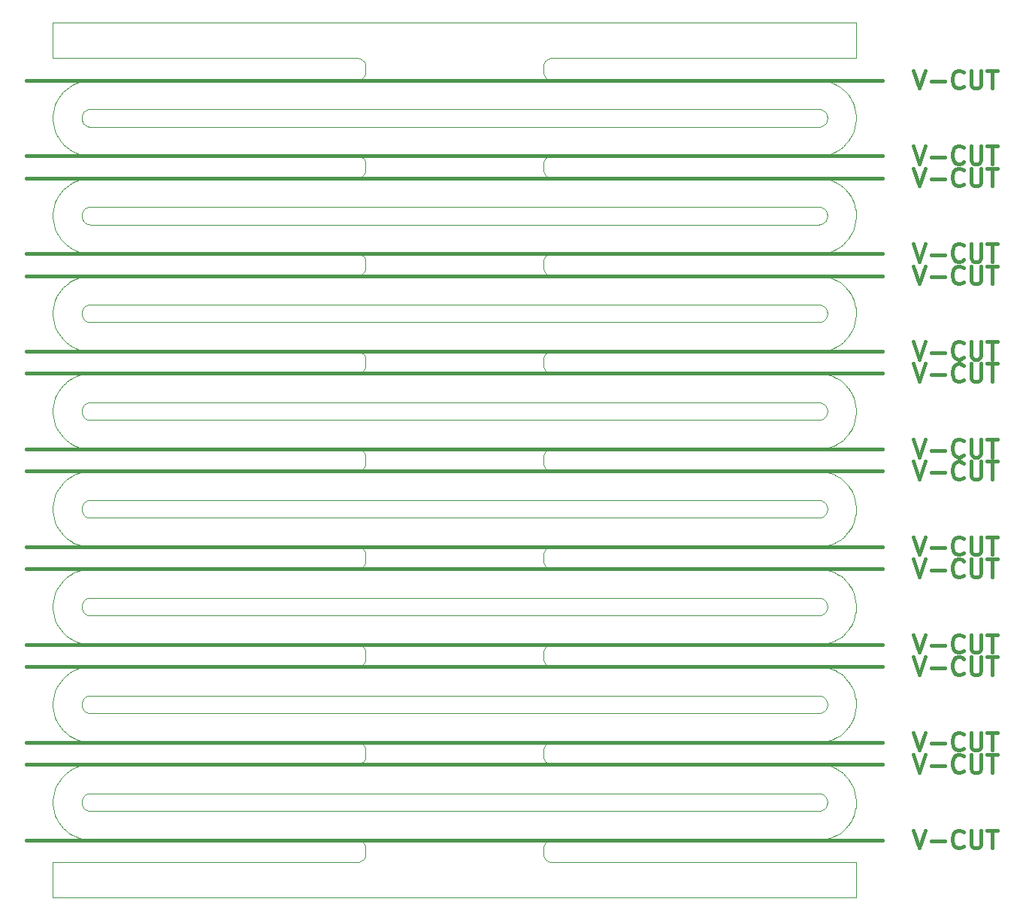
<source format=gbr>
G04 #@! TF.GenerationSoftware,KiCad,Pcbnew,5.1.5+dfsg1-2build2*
G04 #@! TF.CreationDate,2021-10-10T04:01:21+00:00*
G04 #@! TF.ProjectId,bobbin_top_4.0,626f6262-696e-45f7-946f-705f342e302e,rev?*
G04 #@! TF.SameCoordinates,Original*
G04 #@! TF.FileFunction,Other,Comment*
%FSLAX46Y46*%
G04 Gerber Fmt 4.6, Leading zero omitted, Abs format (unit mm)*
G04 Created by KiCad (PCBNEW 5.1.5+dfsg1-2build2) date 2021-10-10 04:01:21*
%MOMM*%
%LPD*%
G04 APERTURE LIST*
%ADD10C,0.400000*%
G04 #@! TA.AperFunction,Profile*
%ADD11C,0.100000*%
G04 #@! TD*
G04 APERTURE END LIST*
D10*
X146946021Y-112404761D02*
X147612687Y-114404761D01*
X148279354Y-112404761D01*
X148946021Y-113642857D02*
X150469830Y-113642857D01*
X152565068Y-114214285D02*
X152469830Y-114309523D01*
X152184116Y-114404761D01*
X151993640Y-114404761D01*
X151707925Y-114309523D01*
X151517449Y-114119047D01*
X151422211Y-113928571D01*
X151326973Y-113547619D01*
X151326973Y-113261904D01*
X151422211Y-112880952D01*
X151517449Y-112690476D01*
X151707925Y-112500000D01*
X151993640Y-112404761D01*
X152184116Y-112404761D01*
X152469830Y-112500000D01*
X152565068Y-112595238D01*
X153422211Y-112404761D02*
X153422211Y-114023809D01*
X153517449Y-114214285D01*
X153612687Y-114309523D01*
X153803164Y-114404761D01*
X154184116Y-114404761D01*
X154374592Y-114309523D01*
X154469830Y-114214285D01*
X154565068Y-114023809D01*
X154565068Y-112404761D01*
X155231735Y-112404761D02*
X156374592Y-112404761D01*
X155803164Y-114404761D02*
X155803164Y-112404761D01*
X47004455Y-113500000D02*
X143495545Y-113500000D01*
X146946021Y-123404761D02*
X147612687Y-125404761D01*
X148279354Y-123404761D01*
X148946021Y-124642857D02*
X150469830Y-124642857D01*
X152565068Y-125214285D02*
X152469830Y-125309523D01*
X152184116Y-125404761D01*
X151993640Y-125404761D01*
X151707925Y-125309523D01*
X151517449Y-125119047D01*
X151422211Y-124928571D01*
X151326973Y-124547619D01*
X151326973Y-124261904D01*
X151422211Y-123880952D01*
X151517449Y-123690476D01*
X151707925Y-123500000D01*
X151993640Y-123404761D01*
X152184116Y-123404761D01*
X152469830Y-123500000D01*
X152565068Y-123595238D01*
X153422211Y-123404761D02*
X153422211Y-125023809D01*
X153517449Y-125214285D01*
X153612687Y-125309523D01*
X153803164Y-125404761D01*
X154184116Y-125404761D01*
X154374592Y-125309523D01*
X154469830Y-125214285D01*
X154565068Y-125023809D01*
X154565068Y-123404761D01*
X155231735Y-123404761D02*
X156374592Y-123404761D01*
X155803164Y-125404761D02*
X155803164Y-123404761D01*
X47004455Y-124500000D02*
X143495545Y-124500000D01*
X146946021Y-125904761D02*
X147612687Y-127904761D01*
X148279354Y-125904761D01*
X148946021Y-127142857D02*
X150469830Y-127142857D01*
X152565068Y-127714285D02*
X152469830Y-127809523D01*
X152184116Y-127904761D01*
X151993640Y-127904761D01*
X151707925Y-127809523D01*
X151517449Y-127619047D01*
X151422211Y-127428571D01*
X151326973Y-127047619D01*
X151326973Y-126761904D01*
X151422211Y-126380952D01*
X151517449Y-126190476D01*
X151707925Y-126000000D01*
X151993640Y-125904761D01*
X152184116Y-125904761D01*
X152469830Y-126000000D01*
X152565068Y-126095238D01*
X153422211Y-125904761D02*
X153422211Y-127523809D01*
X153517449Y-127714285D01*
X153612687Y-127809523D01*
X153803164Y-127904761D01*
X154184116Y-127904761D01*
X154374592Y-127809523D01*
X154469830Y-127714285D01*
X154565068Y-127523809D01*
X154565068Y-125904761D01*
X155231735Y-125904761D02*
X156374592Y-125904761D01*
X155803164Y-127904761D02*
X155803164Y-125904761D01*
X47004455Y-127000000D02*
X143495545Y-127000000D01*
X146946021Y-134404761D02*
X147612687Y-136404761D01*
X148279354Y-134404761D01*
X148946021Y-135642857D02*
X150469830Y-135642857D01*
X152565068Y-136214285D02*
X152469830Y-136309523D01*
X152184116Y-136404761D01*
X151993640Y-136404761D01*
X151707925Y-136309523D01*
X151517449Y-136119047D01*
X151422211Y-135928571D01*
X151326973Y-135547619D01*
X151326973Y-135261904D01*
X151422211Y-134880952D01*
X151517449Y-134690476D01*
X151707925Y-134500000D01*
X151993640Y-134404761D01*
X152184116Y-134404761D01*
X152469830Y-134500000D01*
X152565068Y-134595238D01*
X153422211Y-134404761D02*
X153422211Y-136023809D01*
X153517449Y-136214285D01*
X153612687Y-136309523D01*
X153803164Y-136404761D01*
X154184116Y-136404761D01*
X154374592Y-136309523D01*
X154469830Y-136214285D01*
X154565068Y-136023809D01*
X154565068Y-134404761D01*
X155231735Y-134404761D02*
X156374592Y-134404761D01*
X155803164Y-136404761D02*
X155803164Y-134404761D01*
X47004455Y-135500000D02*
X143495545Y-135500000D01*
X146946021Y-114904761D02*
X147612687Y-116904761D01*
X148279354Y-114904761D01*
X148946021Y-116142857D02*
X150469830Y-116142857D01*
X152565068Y-116714285D02*
X152469830Y-116809523D01*
X152184116Y-116904761D01*
X151993640Y-116904761D01*
X151707925Y-116809523D01*
X151517449Y-116619047D01*
X151422211Y-116428571D01*
X151326973Y-116047619D01*
X151326973Y-115761904D01*
X151422211Y-115380952D01*
X151517449Y-115190476D01*
X151707925Y-115000000D01*
X151993640Y-114904761D01*
X152184116Y-114904761D01*
X152469830Y-115000000D01*
X152565068Y-115095238D01*
X153422211Y-114904761D02*
X153422211Y-116523809D01*
X153517449Y-116714285D01*
X153612687Y-116809523D01*
X153803164Y-116904761D01*
X154184116Y-116904761D01*
X154374592Y-116809523D01*
X154469830Y-116714285D01*
X154565068Y-116523809D01*
X154565068Y-114904761D01*
X155231735Y-114904761D02*
X156374592Y-114904761D01*
X155803164Y-116904761D02*
X155803164Y-114904761D01*
X47004455Y-116000000D02*
X143495545Y-116000000D01*
X146946021Y-103904761D02*
X147612687Y-105904761D01*
X148279354Y-103904761D01*
X148946021Y-105142857D02*
X150469830Y-105142857D01*
X152565068Y-105714285D02*
X152469830Y-105809523D01*
X152184116Y-105904761D01*
X151993640Y-105904761D01*
X151707925Y-105809523D01*
X151517449Y-105619047D01*
X151422211Y-105428571D01*
X151326973Y-105047619D01*
X151326973Y-104761904D01*
X151422211Y-104380952D01*
X151517449Y-104190476D01*
X151707925Y-104000000D01*
X151993640Y-103904761D01*
X152184116Y-103904761D01*
X152469830Y-104000000D01*
X152565068Y-104095238D01*
X153422211Y-103904761D02*
X153422211Y-105523809D01*
X153517449Y-105714285D01*
X153612687Y-105809523D01*
X153803164Y-105904761D01*
X154184116Y-105904761D01*
X154374592Y-105809523D01*
X154469830Y-105714285D01*
X154565068Y-105523809D01*
X154565068Y-103904761D01*
X155231735Y-103904761D02*
X156374592Y-103904761D01*
X155803164Y-105904761D02*
X155803164Y-103904761D01*
X47004455Y-105000000D02*
X143495545Y-105000000D01*
X146946021Y-101404761D02*
X147612687Y-103404761D01*
X148279354Y-101404761D01*
X148946021Y-102642857D02*
X150469830Y-102642857D01*
X152565068Y-103214285D02*
X152469830Y-103309523D01*
X152184116Y-103404761D01*
X151993640Y-103404761D01*
X151707925Y-103309523D01*
X151517449Y-103119047D01*
X151422211Y-102928571D01*
X151326973Y-102547619D01*
X151326973Y-102261904D01*
X151422211Y-101880952D01*
X151517449Y-101690476D01*
X151707925Y-101500000D01*
X151993640Y-101404761D01*
X152184116Y-101404761D01*
X152469830Y-101500000D01*
X152565068Y-101595238D01*
X153422211Y-101404761D02*
X153422211Y-103023809D01*
X153517449Y-103214285D01*
X153612687Y-103309523D01*
X153803164Y-103404761D01*
X154184116Y-103404761D01*
X154374592Y-103309523D01*
X154469830Y-103214285D01*
X154565068Y-103023809D01*
X154565068Y-101404761D01*
X155231735Y-101404761D02*
X156374592Y-101404761D01*
X155803164Y-103404761D02*
X155803164Y-101404761D01*
X47004455Y-102500000D02*
X143495545Y-102500000D01*
X146946021Y-92904761D02*
X147612687Y-94904761D01*
X148279354Y-92904761D01*
X148946021Y-94142857D02*
X150469830Y-94142857D01*
X152565068Y-94714285D02*
X152469830Y-94809523D01*
X152184116Y-94904761D01*
X151993640Y-94904761D01*
X151707925Y-94809523D01*
X151517449Y-94619047D01*
X151422211Y-94428571D01*
X151326973Y-94047619D01*
X151326973Y-93761904D01*
X151422211Y-93380952D01*
X151517449Y-93190476D01*
X151707925Y-93000000D01*
X151993640Y-92904761D01*
X152184116Y-92904761D01*
X152469830Y-93000000D01*
X152565068Y-93095238D01*
X153422211Y-92904761D02*
X153422211Y-94523809D01*
X153517449Y-94714285D01*
X153612687Y-94809523D01*
X153803164Y-94904761D01*
X154184116Y-94904761D01*
X154374592Y-94809523D01*
X154469830Y-94714285D01*
X154565068Y-94523809D01*
X154565068Y-92904761D01*
X155231735Y-92904761D02*
X156374592Y-92904761D01*
X155803164Y-94904761D02*
X155803164Y-92904761D01*
X47004455Y-94000000D02*
X143495545Y-94000000D01*
X146946021Y-90404761D02*
X147612687Y-92404761D01*
X148279354Y-90404761D01*
X148946021Y-91642857D02*
X150469830Y-91642857D01*
X152565068Y-92214285D02*
X152469830Y-92309523D01*
X152184116Y-92404761D01*
X151993640Y-92404761D01*
X151707925Y-92309523D01*
X151517449Y-92119047D01*
X151422211Y-91928571D01*
X151326973Y-91547619D01*
X151326973Y-91261904D01*
X151422211Y-90880952D01*
X151517449Y-90690476D01*
X151707925Y-90500000D01*
X151993640Y-90404761D01*
X152184116Y-90404761D01*
X152469830Y-90500000D01*
X152565068Y-90595238D01*
X153422211Y-90404761D02*
X153422211Y-92023809D01*
X153517449Y-92214285D01*
X153612687Y-92309523D01*
X153803164Y-92404761D01*
X154184116Y-92404761D01*
X154374592Y-92309523D01*
X154469830Y-92214285D01*
X154565068Y-92023809D01*
X154565068Y-90404761D01*
X155231735Y-90404761D02*
X156374592Y-90404761D01*
X155803164Y-92404761D02*
X155803164Y-90404761D01*
X47004455Y-91500000D02*
X143495545Y-91500000D01*
X146946021Y-81904761D02*
X147612687Y-83904761D01*
X148279354Y-81904761D01*
X148946021Y-83142857D02*
X150469830Y-83142857D01*
X152565068Y-83714285D02*
X152469830Y-83809523D01*
X152184116Y-83904761D01*
X151993640Y-83904761D01*
X151707925Y-83809523D01*
X151517449Y-83619047D01*
X151422211Y-83428571D01*
X151326973Y-83047619D01*
X151326973Y-82761904D01*
X151422211Y-82380952D01*
X151517449Y-82190476D01*
X151707925Y-82000000D01*
X151993640Y-81904761D01*
X152184116Y-81904761D01*
X152469830Y-82000000D01*
X152565068Y-82095238D01*
X153422211Y-81904761D02*
X153422211Y-83523809D01*
X153517449Y-83714285D01*
X153612687Y-83809523D01*
X153803164Y-83904761D01*
X154184116Y-83904761D01*
X154374592Y-83809523D01*
X154469830Y-83714285D01*
X154565068Y-83523809D01*
X154565068Y-81904761D01*
X155231735Y-81904761D02*
X156374592Y-81904761D01*
X155803164Y-83904761D02*
X155803164Y-81904761D01*
X47004455Y-83000000D02*
X143495545Y-83000000D01*
X146946021Y-79404761D02*
X147612687Y-81404761D01*
X148279354Y-79404761D01*
X148946021Y-80642857D02*
X150469830Y-80642857D01*
X152565068Y-81214285D02*
X152469830Y-81309523D01*
X152184116Y-81404761D01*
X151993640Y-81404761D01*
X151707925Y-81309523D01*
X151517449Y-81119047D01*
X151422211Y-80928571D01*
X151326973Y-80547619D01*
X151326973Y-80261904D01*
X151422211Y-79880952D01*
X151517449Y-79690476D01*
X151707925Y-79500000D01*
X151993640Y-79404761D01*
X152184116Y-79404761D01*
X152469830Y-79500000D01*
X152565068Y-79595238D01*
X153422211Y-79404761D02*
X153422211Y-81023809D01*
X153517449Y-81214285D01*
X153612687Y-81309523D01*
X153803164Y-81404761D01*
X154184116Y-81404761D01*
X154374592Y-81309523D01*
X154469830Y-81214285D01*
X154565068Y-81023809D01*
X154565068Y-79404761D01*
X155231735Y-79404761D02*
X156374592Y-79404761D01*
X155803164Y-81404761D02*
X155803164Y-79404761D01*
X47004455Y-80500000D02*
X143495545Y-80500000D01*
X146946021Y-57404761D02*
X147612687Y-59404761D01*
X148279354Y-57404761D01*
X148946021Y-58642857D02*
X150469830Y-58642857D01*
X152565068Y-59214285D02*
X152469830Y-59309523D01*
X152184116Y-59404761D01*
X151993640Y-59404761D01*
X151707925Y-59309523D01*
X151517449Y-59119047D01*
X151422211Y-58928571D01*
X151326973Y-58547619D01*
X151326973Y-58261904D01*
X151422211Y-57880952D01*
X151517449Y-57690476D01*
X151707925Y-57500000D01*
X151993640Y-57404761D01*
X152184116Y-57404761D01*
X152469830Y-57500000D01*
X152565068Y-57595238D01*
X153422211Y-57404761D02*
X153422211Y-59023809D01*
X153517449Y-59214285D01*
X153612687Y-59309523D01*
X153803164Y-59404761D01*
X154184116Y-59404761D01*
X154374592Y-59309523D01*
X154469830Y-59214285D01*
X154565068Y-59023809D01*
X154565068Y-57404761D01*
X155231735Y-57404761D02*
X156374592Y-57404761D01*
X155803164Y-59404761D02*
X155803164Y-57404761D01*
X47004455Y-58500000D02*
X143495545Y-58500000D01*
X146946021Y-68404761D02*
X147612687Y-70404761D01*
X148279354Y-68404761D01*
X148946021Y-69642857D02*
X150469830Y-69642857D01*
X152565068Y-70214285D02*
X152469830Y-70309523D01*
X152184116Y-70404761D01*
X151993640Y-70404761D01*
X151707925Y-70309523D01*
X151517449Y-70119047D01*
X151422211Y-69928571D01*
X151326973Y-69547619D01*
X151326973Y-69261904D01*
X151422211Y-68880952D01*
X151517449Y-68690476D01*
X151707925Y-68500000D01*
X151993640Y-68404761D01*
X152184116Y-68404761D01*
X152469830Y-68500000D01*
X152565068Y-68595238D01*
X153422211Y-68404761D02*
X153422211Y-70023809D01*
X153517449Y-70214285D01*
X153612687Y-70309523D01*
X153803164Y-70404761D01*
X154184116Y-70404761D01*
X154374592Y-70309523D01*
X154469830Y-70214285D01*
X154565068Y-70023809D01*
X154565068Y-68404761D01*
X155231735Y-68404761D02*
X156374592Y-68404761D01*
X155803164Y-70404761D02*
X155803164Y-68404761D01*
X47004455Y-69500000D02*
X143495545Y-69500000D01*
X146946021Y-59904761D02*
X147612687Y-61904761D01*
X148279354Y-59904761D01*
X148946021Y-61142857D02*
X150469830Y-61142857D01*
X152565068Y-61714285D02*
X152469830Y-61809523D01*
X152184116Y-61904761D01*
X151993640Y-61904761D01*
X151707925Y-61809523D01*
X151517449Y-61619047D01*
X151422211Y-61428571D01*
X151326973Y-61047619D01*
X151326973Y-60761904D01*
X151422211Y-60380952D01*
X151517449Y-60190476D01*
X151707925Y-60000000D01*
X151993640Y-59904761D01*
X152184116Y-59904761D01*
X152469830Y-60000000D01*
X152565068Y-60095238D01*
X153422211Y-59904761D02*
X153422211Y-61523809D01*
X153517449Y-61714285D01*
X153612687Y-61809523D01*
X153803164Y-61904761D01*
X154184116Y-61904761D01*
X154374592Y-61809523D01*
X154469830Y-61714285D01*
X154565068Y-61523809D01*
X154565068Y-59904761D01*
X155231735Y-59904761D02*
X156374592Y-59904761D01*
X155803164Y-61904761D02*
X155803164Y-59904761D01*
X47004455Y-61000000D02*
X143495545Y-61000000D01*
X146946021Y-70904761D02*
X147612687Y-72904761D01*
X148279354Y-70904761D01*
X148946021Y-72142857D02*
X150469830Y-72142857D01*
X152565068Y-72714285D02*
X152469830Y-72809523D01*
X152184116Y-72904761D01*
X151993640Y-72904761D01*
X151707925Y-72809523D01*
X151517449Y-72619047D01*
X151422211Y-72428571D01*
X151326973Y-72047619D01*
X151326973Y-71761904D01*
X151422211Y-71380952D01*
X151517449Y-71190476D01*
X151707925Y-71000000D01*
X151993640Y-70904761D01*
X152184116Y-70904761D01*
X152469830Y-71000000D01*
X152565068Y-71095238D01*
X153422211Y-70904761D02*
X153422211Y-72523809D01*
X153517449Y-72714285D01*
X153612687Y-72809523D01*
X153803164Y-72904761D01*
X154184116Y-72904761D01*
X154374592Y-72809523D01*
X154469830Y-72714285D01*
X154565068Y-72523809D01*
X154565068Y-70904761D01*
X155231735Y-70904761D02*
X156374592Y-70904761D01*
X155803164Y-72904761D02*
X155803164Y-70904761D01*
X47004455Y-72000000D02*
X143495545Y-72000000D01*
X146946021Y-48904761D02*
X147612687Y-50904761D01*
X148279354Y-48904761D01*
X148946021Y-50142857D02*
X150469830Y-50142857D01*
X152565068Y-50714285D02*
X152469830Y-50809523D01*
X152184116Y-50904761D01*
X151993640Y-50904761D01*
X151707925Y-50809523D01*
X151517449Y-50619047D01*
X151422211Y-50428571D01*
X151326973Y-50047619D01*
X151326973Y-49761904D01*
X151422211Y-49380952D01*
X151517449Y-49190476D01*
X151707925Y-49000000D01*
X151993640Y-48904761D01*
X152184116Y-48904761D01*
X152469830Y-49000000D01*
X152565068Y-49095238D01*
X153422211Y-48904761D02*
X153422211Y-50523809D01*
X153517449Y-50714285D01*
X153612687Y-50809523D01*
X153803164Y-50904761D01*
X154184116Y-50904761D01*
X154374592Y-50809523D01*
X154469830Y-50714285D01*
X154565068Y-50523809D01*
X154565068Y-48904761D01*
X155231735Y-48904761D02*
X156374592Y-48904761D01*
X155803164Y-50904761D02*
X155803164Y-48904761D01*
X47004455Y-50000000D02*
X143495545Y-50000000D01*
D11*
X136499900Y-121216000D02*
X136401200Y-121236200D01*
X136596400Y-121185700D02*
X136499900Y-121216000D01*
X136689300Y-121145900D02*
X136596400Y-121185700D01*
X136777600Y-121096800D02*
X136689300Y-121145900D01*
X136860600Y-121039100D02*
X136777600Y-121096800D01*
X136937300Y-120973300D02*
X136860600Y-121039100D01*
X137007100Y-120899800D02*
X136937300Y-120973300D01*
X137069000Y-120819900D02*
X137007100Y-120899800D01*
X137122400Y-120734100D02*
X137069000Y-120819900D01*
X137166900Y-120643400D02*
X137122400Y-120734100D01*
X137202000Y-120548600D02*
X137166900Y-120643400D01*
X137227300Y-120450800D02*
X137202000Y-120548600D01*
X137242600Y-120350800D02*
X137227300Y-120450800D01*
X137247700Y-120249900D02*
X137242600Y-120350800D01*
X137242600Y-120149200D02*
X137247700Y-120249900D01*
X137227300Y-120049300D02*
X137242600Y-120149200D01*
X137202000Y-119951500D02*
X137227300Y-120049300D01*
X137166900Y-119856700D02*
X137202000Y-119951500D01*
X137122400Y-119766000D02*
X137166900Y-119856700D01*
X137069000Y-119680200D02*
X137122400Y-119766000D01*
X137007100Y-119600300D02*
X137069000Y-119680200D01*
X136937300Y-119526800D02*
X137007100Y-119600300D01*
X136860600Y-119461000D02*
X136937300Y-119526800D01*
X136777600Y-119403300D02*
X136860600Y-119461000D01*
X136689300Y-119354200D02*
X136777600Y-119403300D01*
X136596600Y-119314500D02*
X136689300Y-119354200D01*
X136500200Y-119284200D02*
X136596600Y-119314500D01*
X136401200Y-119263900D02*
X136500200Y-119284200D01*
X136300700Y-119253600D02*
X136401200Y-119263900D01*
X136224800Y-119251000D02*
X136300700Y-119253600D01*
X54275500Y-119251000D02*
X136224800Y-119251000D01*
X54199100Y-119253600D02*
X54275500Y-119251000D01*
X54098800Y-119263900D02*
X54199100Y-119253600D01*
X53999800Y-119284200D02*
X54098800Y-119263900D01*
X53903400Y-119314500D02*
X53999800Y-119284200D01*
X53810500Y-119354400D02*
X53903400Y-119314500D01*
X53722100Y-119403400D02*
X53810500Y-119354400D01*
X53639200Y-119461200D02*
X53722100Y-119403400D01*
X53562500Y-119527000D02*
X53639200Y-119461200D01*
X53492900Y-119600300D02*
X53562500Y-119527000D01*
X53431000Y-119680200D02*
X53492900Y-119600300D01*
X53377600Y-119766000D02*
X53431000Y-119680200D01*
X53333100Y-119856700D02*
X53377600Y-119766000D01*
X53298100Y-119951200D02*
X53333100Y-119856700D01*
X53272700Y-120049100D02*
X53298100Y-119951200D01*
X53257400Y-120149000D02*
X53272700Y-120049100D01*
X53252300Y-120249900D02*
X53257400Y-120149000D01*
X53257400Y-120350800D02*
X53252300Y-120249900D01*
X53272700Y-120450800D02*
X53257400Y-120350800D01*
X53298000Y-120548600D02*
X53272700Y-120450800D01*
X53333100Y-120643400D02*
X53298000Y-120548600D01*
X53377600Y-120734100D02*
X53333100Y-120643400D01*
X53431000Y-120819900D02*
X53377600Y-120734100D01*
X53492900Y-120899800D02*
X53431000Y-120819900D01*
X53562500Y-120973100D02*
X53492900Y-120899800D01*
X53639200Y-121038900D02*
X53562500Y-120973100D01*
X53722100Y-121096700D02*
X53639200Y-121038900D01*
X53810500Y-121145700D02*
X53722100Y-121096700D01*
X53903400Y-121185600D02*
X53810500Y-121145700D01*
X53999800Y-121215900D02*
X53903400Y-121185600D01*
X54098800Y-121236200D02*
X53999800Y-121215900D01*
X54199300Y-121246500D02*
X54098800Y-121236200D01*
X54275200Y-121249000D02*
X54199300Y-121246500D01*
X136225000Y-121249000D02*
X54275200Y-121249000D01*
X136300400Y-121246500D02*
X136225000Y-121249000D01*
X136401200Y-121236200D02*
X136300400Y-121246500D01*
X136499900Y-110215900D02*
X136401100Y-110236200D01*
X136596400Y-110185700D02*
X136499900Y-110215900D01*
X136689300Y-110145900D02*
X136596400Y-110185700D01*
X136777600Y-110096800D02*
X136689300Y-110145900D01*
X136860600Y-110039100D02*
X136777600Y-110096800D01*
X136937300Y-109973300D02*
X136860600Y-110039100D01*
X137007100Y-109899800D02*
X136937300Y-109973300D01*
X137069000Y-109819900D02*
X137007100Y-109899800D01*
X137122400Y-109734100D02*
X137069000Y-109819900D01*
X137166900Y-109643400D02*
X137122400Y-109734100D01*
X137202000Y-109548600D02*
X137166900Y-109643400D01*
X137227300Y-109450700D02*
X137202000Y-109548600D01*
X137242600Y-109350800D02*
X137227300Y-109450700D01*
X137247700Y-109249900D02*
X137242600Y-109350800D01*
X137242600Y-109149200D02*
X137247700Y-109249900D01*
X137227300Y-109049300D02*
X137242600Y-109149200D01*
X137202000Y-108951500D02*
X137227300Y-109049300D01*
X137166900Y-108856700D02*
X137202000Y-108951500D01*
X137122400Y-108766000D02*
X137166900Y-108856700D01*
X137069000Y-108680200D02*
X137122400Y-108766000D01*
X137007100Y-108600300D02*
X137069000Y-108680200D01*
X136937300Y-108526800D02*
X137007100Y-108600300D01*
X136860600Y-108461000D02*
X136937300Y-108526800D01*
X136777600Y-108403300D02*
X136860600Y-108461000D01*
X136689300Y-108354200D02*
X136777600Y-108403300D01*
X136596600Y-108314500D02*
X136689300Y-108354200D01*
X136500200Y-108284200D02*
X136596600Y-108314500D01*
X136401200Y-108263900D02*
X136500200Y-108284200D01*
X136300700Y-108253600D02*
X136401200Y-108263900D01*
X136224800Y-108251000D02*
X136300700Y-108253600D01*
X54275400Y-108251000D02*
X136224800Y-108251000D01*
X54199100Y-108253600D02*
X54275400Y-108251000D01*
X54098800Y-108263900D02*
X54199100Y-108253600D01*
X53999800Y-108284200D02*
X54098800Y-108263900D01*
X53903400Y-108314500D02*
X53999800Y-108284200D01*
X53810500Y-108354300D02*
X53903400Y-108314500D01*
X53722100Y-108403400D02*
X53810500Y-108354300D01*
X53639200Y-108461200D02*
X53722100Y-108403400D01*
X53562500Y-108527000D02*
X53639200Y-108461200D01*
X53492900Y-108600300D02*
X53562500Y-108527000D01*
X53431000Y-108680200D02*
X53492900Y-108600300D01*
X53377600Y-108766000D02*
X53431000Y-108680200D01*
X53333100Y-108856700D02*
X53377600Y-108766000D01*
X53298100Y-108951200D02*
X53333100Y-108856700D01*
X53272700Y-109049100D02*
X53298100Y-108951200D01*
X53257400Y-109149000D02*
X53272700Y-109049100D01*
X53252300Y-109249900D02*
X53257400Y-109149000D01*
X53257400Y-109350800D02*
X53252300Y-109249900D01*
X53272700Y-109450700D02*
X53257400Y-109350800D01*
X53298000Y-109548600D02*
X53272700Y-109450700D01*
X53333100Y-109643400D02*
X53298000Y-109548600D01*
X53377600Y-109734100D02*
X53333100Y-109643400D01*
X53431000Y-109819900D02*
X53377600Y-109734100D01*
X53492900Y-109899800D02*
X53431000Y-109819900D01*
X53562500Y-109973100D02*
X53492900Y-109899800D01*
X53639200Y-110038900D02*
X53562500Y-109973100D01*
X53722100Y-110096700D02*
X53639200Y-110038900D01*
X53810500Y-110145700D02*
X53722100Y-110096700D01*
X53903400Y-110185600D02*
X53810500Y-110145700D01*
X53999800Y-110215900D02*
X53903400Y-110185600D01*
X54098800Y-110236200D02*
X53999800Y-110215900D01*
X54199300Y-110246500D02*
X54098800Y-110236200D01*
X54275200Y-110249000D02*
X54199300Y-110246500D01*
X136225000Y-110249000D02*
X54275200Y-110249000D01*
X136300500Y-110246500D02*
X136225000Y-110249000D01*
X136401100Y-110236200D02*
X136300500Y-110246500D01*
X136499900Y-99215900D02*
X136401100Y-99236200D01*
X136596400Y-99185700D02*
X136499900Y-99215900D01*
X136689300Y-99145800D02*
X136596400Y-99185700D01*
X136777600Y-99096800D02*
X136689300Y-99145800D01*
X136860600Y-99039100D02*
X136777600Y-99096800D01*
X136937300Y-98973300D02*
X136860600Y-99039100D01*
X137007100Y-98899800D02*
X136937300Y-98973300D01*
X137069000Y-98819900D02*
X137007100Y-98899800D01*
X137122400Y-98734100D02*
X137069000Y-98819900D01*
X137166900Y-98643400D02*
X137122400Y-98734100D01*
X137202000Y-98548600D02*
X137166900Y-98643400D01*
X137227300Y-98450700D02*
X137202000Y-98548600D01*
X137242600Y-98350800D02*
X137227300Y-98450700D01*
X137247700Y-98249900D02*
X137242600Y-98350800D01*
X137242600Y-98149200D02*
X137247700Y-98249900D01*
X137227300Y-98049300D02*
X137242600Y-98149200D01*
X137202000Y-97951500D02*
X137227300Y-98049300D01*
X137166900Y-97856700D02*
X137202000Y-97951500D01*
X137122400Y-97766000D02*
X137166900Y-97856700D01*
X137069000Y-97680200D02*
X137122400Y-97766000D01*
X137007100Y-97600300D02*
X137069000Y-97680200D01*
X136937300Y-97526800D02*
X137007100Y-97600300D01*
X136860600Y-97461000D02*
X136937300Y-97526800D01*
X136777600Y-97403300D02*
X136860600Y-97461000D01*
X136689300Y-97354200D02*
X136777600Y-97403300D01*
X136596600Y-97314500D02*
X136689300Y-97354200D01*
X136500200Y-97284200D02*
X136596600Y-97314500D01*
X136401200Y-97263800D02*
X136500200Y-97284200D01*
X136300700Y-97253600D02*
X136401200Y-97263800D01*
X136224800Y-97251000D02*
X136300700Y-97253600D01*
X54275400Y-97251000D02*
X136224800Y-97251000D01*
X54199200Y-97253600D02*
X54275400Y-97251000D01*
X54098800Y-97263800D02*
X54199200Y-97253600D01*
X53999800Y-97284200D02*
X54098800Y-97263800D01*
X53903400Y-97314500D02*
X53999800Y-97284200D01*
X53810500Y-97354300D02*
X53903400Y-97314500D01*
X53722100Y-97403400D02*
X53810500Y-97354300D01*
X53639200Y-97461100D02*
X53722100Y-97403400D01*
X53562500Y-97527000D02*
X53639200Y-97461100D01*
X53492900Y-97600300D02*
X53562500Y-97527000D01*
X53431000Y-97680200D02*
X53492900Y-97600300D01*
X53377600Y-97766000D02*
X53431000Y-97680200D01*
X53333100Y-97856700D02*
X53377600Y-97766000D01*
X53298100Y-97951200D02*
X53333100Y-97856700D01*
X53272700Y-98049100D02*
X53298100Y-97951200D01*
X53257400Y-98149000D02*
X53272700Y-98049100D01*
X53252300Y-98249900D02*
X53257400Y-98149000D01*
X53257400Y-98350800D02*
X53252300Y-98249900D01*
X53272700Y-98450700D02*
X53257400Y-98350800D01*
X53298000Y-98548600D02*
X53272700Y-98450700D01*
X53333100Y-98643400D02*
X53298000Y-98548600D01*
X53377600Y-98734100D02*
X53333100Y-98643400D01*
X53431000Y-98819900D02*
X53377600Y-98734100D01*
X53492900Y-98899800D02*
X53431000Y-98819900D01*
X53562500Y-98973100D02*
X53492900Y-98899800D01*
X53639200Y-99038900D02*
X53562500Y-98973100D01*
X53722100Y-99096700D02*
X53639200Y-99038900D01*
X53810500Y-99145700D02*
X53722100Y-99096700D01*
X53903400Y-99185600D02*
X53810500Y-99145700D01*
X53999800Y-99215900D02*
X53903400Y-99185600D01*
X54098800Y-99236200D02*
X53999800Y-99215900D01*
X54199300Y-99246500D02*
X54098800Y-99236200D01*
X54275200Y-99249000D02*
X54199300Y-99246500D01*
X136224900Y-99249000D02*
X54275200Y-99249000D01*
X136300500Y-99246500D02*
X136224900Y-99249000D01*
X136401100Y-99236200D02*
X136300500Y-99246500D01*
X136499900Y-88215900D02*
X136401100Y-88236200D01*
X136596400Y-88185700D02*
X136499900Y-88215900D01*
X136689300Y-88145800D02*
X136596400Y-88185700D01*
X136777600Y-88096800D02*
X136689300Y-88145800D01*
X136860600Y-88039100D02*
X136777600Y-88096800D01*
X136937300Y-87973300D02*
X136860600Y-88039100D01*
X137007100Y-87899800D02*
X136937300Y-87973300D01*
X137069000Y-87819900D02*
X137007100Y-87899800D01*
X137122400Y-87734100D02*
X137069000Y-87819900D01*
X137166900Y-87643400D02*
X137122400Y-87734100D01*
X137202000Y-87548600D02*
X137166900Y-87643400D01*
X137227300Y-87450700D02*
X137202000Y-87548600D01*
X137242600Y-87350800D02*
X137227300Y-87450700D01*
X137247700Y-87249900D02*
X137242600Y-87350800D01*
X137242600Y-87149200D02*
X137247700Y-87249900D01*
X137227300Y-87049300D02*
X137242600Y-87149200D01*
X137202000Y-86951500D02*
X137227300Y-87049300D01*
X137166900Y-86856700D02*
X137202000Y-86951500D01*
X137122400Y-86766000D02*
X137166900Y-86856700D01*
X137069000Y-86680200D02*
X137122400Y-86766000D01*
X137007100Y-86600200D02*
X137069000Y-86680200D01*
X136937300Y-86526800D02*
X137007100Y-86600200D01*
X136860600Y-86461000D02*
X136937300Y-86526800D01*
X136777600Y-86403200D02*
X136860600Y-86461000D01*
X136689300Y-86354200D02*
X136777600Y-86403200D01*
X136596600Y-86314500D02*
X136689300Y-86354200D01*
X136500200Y-86284200D02*
X136596600Y-86314500D01*
X136401200Y-86263800D02*
X136500200Y-86284200D01*
X136300700Y-86253600D02*
X136401200Y-86263800D01*
X136224800Y-86251000D02*
X136300700Y-86253600D01*
X54275400Y-86251000D02*
X136224800Y-86251000D01*
X54199200Y-86253600D02*
X54275400Y-86251000D01*
X54098800Y-86263800D02*
X54199200Y-86253600D01*
X53999800Y-86284200D02*
X54098800Y-86263800D01*
X53903400Y-86314500D02*
X53999800Y-86284200D01*
X53810500Y-86354300D02*
X53903400Y-86314500D01*
X53722100Y-86403400D02*
X53810500Y-86354300D01*
X53639200Y-86461100D02*
X53722100Y-86403400D01*
X53562500Y-86527000D02*
X53639200Y-86461100D01*
X53492900Y-86600200D02*
X53562500Y-86527000D01*
X53431000Y-86680200D02*
X53492900Y-86600200D01*
X53377600Y-86766000D02*
X53431000Y-86680200D01*
X53333100Y-86856700D02*
X53377600Y-86766000D01*
X53298100Y-86951200D02*
X53333100Y-86856700D01*
X53272700Y-87049100D02*
X53298100Y-86951200D01*
X53257400Y-87149000D02*
X53272700Y-87049100D01*
X53252300Y-87249900D02*
X53257400Y-87149000D01*
X53257400Y-87350800D02*
X53252300Y-87249900D01*
X53272700Y-87450700D02*
X53257400Y-87350800D01*
X53298000Y-87548600D02*
X53272700Y-87450700D01*
X53333100Y-87643400D02*
X53298000Y-87548600D01*
X53377600Y-87734100D02*
X53333100Y-87643400D01*
X53431000Y-87819900D02*
X53377600Y-87734100D01*
X53492900Y-87899800D02*
X53431000Y-87819900D01*
X53562500Y-87973100D02*
X53492900Y-87899800D01*
X53639200Y-88038900D02*
X53562500Y-87973100D01*
X53722100Y-88096700D02*
X53639200Y-88038900D01*
X53810500Y-88145700D02*
X53722100Y-88096700D01*
X53903400Y-88185600D02*
X53810500Y-88145700D01*
X53999800Y-88215900D02*
X53903400Y-88185600D01*
X54098800Y-88236200D02*
X53999800Y-88215900D01*
X54199300Y-88246500D02*
X54098800Y-88236200D01*
X54275200Y-88249000D02*
X54199300Y-88246500D01*
X136224900Y-88249000D02*
X54275200Y-88249000D01*
X136300500Y-88246400D02*
X136224900Y-88249000D01*
X136401100Y-88236200D02*
X136300500Y-88246400D01*
X136499900Y-77215900D02*
X136401000Y-77236200D01*
X136596400Y-77185700D02*
X136499900Y-77215900D01*
X136689300Y-77145800D02*
X136596400Y-77185700D01*
X136777600Y-77096800D02*
X136689300Y-77145800D01*
X136860600Y-77039100D02*
X136777600Y-77096800D01*
X136937300Y-76973200D02*
X136860600Y-77039100D01*
X137007100Y-76899800D02*
X136937300Y-76973200D01*
X137069000Y-76819900D02*
X137007100Y-76899800D01*
X137122400Y-76734100D02*
X137069000Y-76819900D01*
X137166900Y-76643300D02*
X137122400Y-76734100D01*
X137202000Y-76548600D02*
X137166900Y-76643300D01*
X137227300Y-76450700D02*
X137202000Y-76548600D01*
X137242600Y-76350800D02*
X137227300Y-76450700D01*
X137247700Y-76249900D02*
X137242600Y-76350800D01*
X137242600Y-76149200D02*
X137247700Y-76249900D01*
X137227300Y-76049300D02*
X137242600Y-76149200D01*
X137202000Y-75951500D02*
X137227300Y-76049300D01*
X137166900Y-75856700D02*
X137202000Y-75951500D01*
X137122400Y-75765900D02*
X137166900Y-75856700D01*
X137069000Y-75680200D02*
X137122400Y-75765900D01*
X137007100Y-75600200D02*
X137069000Y-75680200D01*
X136937300Y-75526800D02*
X137007100Y-75600200D01*
X136860600Y-75461000D02*
X136937300Y-75526800D01*
X136777600Y-75403200D02*
X136860600Y-75461000D01*
X136689300Y-75354200D02*
X136777600Y-75403200D01*
X136596600Y-75314500D02*
X136689300Y-75354200D01*
X136500200Y-75284200D02*
X136596600Y-75314500D01*
X136401200Y-75263800D02*
X136500200Y-75284200D01*
X136300700Y-75253600D02*
X136401200Y-75263800D01*
X136224800Y-75251000D02*
X136300700Y-75253600D01*
X54275300Y-75251000D02*
X136224800Y-75251000D01*
X54199200Y-75253600D02*
X54275300Y-75251000D01*
X54098800Y-75263800D02*
X54199200Y-75253600D01*
X53999800Y-75284200D02*
X54098800Y-75263800D01*
X53903400Y-75314500D02*
X53999800Y-75284200D01*
X53810500Y-75354300D02*
X53903400Y-75314500D01*
X53722100Y-75403400D02*
X53810500Y-75354300D01*
X53639200Y-75461100D02*
X53722100Y-75403400D01*
X53562500Y-75527000D02*
X53639200Y-75461100D01*
X53492900Y-75600200D02*
X53562500Y-75527000D01*
X53431000Y-75680200D02*
X53492900Y-75600200D01*
X53377600Y-75765900D02*
X53431000Y-75680200D01*
X53333100Y-75856700D02*
X53377600Y-75765900D01*
X53298100Y-75951200D02*
X53333100Y-75856700D01*
X53272700Y-76049000D02*
X53298100Y-75951200D01*
X53257400Y-76148900D02*
X53272700Y-76049000D01*
X53252300Y-76249900D02*
X53257400Y-76148900D01*
X53257400Y-76350800D02*
X53252300Y-76249900D01*
X53272700Y-76450700D02*
X53257400Y-76350800D01*
X53298000Y-76548600D02*
X53272700Y-76450700D01*
X53333100Y-76643300D02*
X53298000Y-76548600D01*
X53377600Y-76734100D02*
X53333100Y-76643300D01*
X53431000Y-76819900D02*
X53377600Y-76734100D01*
X53492900Y-76899800D02*
X53431000Y-76819900D01*
X53562500Y-76973100D02*
X53492900Y-76899800D01*
X53639200Y-77038900D02*
X53562500Y-76973100D01*
X53722100Y-77096700D02*
X53639200Y-77038900D01*
X53810500Y-77145700D02*
X53722100Y-77096700D01*
X53903400Y-77185600D02*
X53810500Y-77145700D01*
X53999800Y-77215800D02*
X53903400Y-77185600D01*
X54098800Y-77236200D02*
X53999800Y-77215800D01*
X54199300Y-77246400D02*
X54098800Y-77236200D01*
X54275200Y-77249000D02*
X54199300Y-77246400D01*
X136224800Y-77249000D02*
X54275200Y-77249000D01*
X136300600Y-77246400D02*
X136224800Y-77249000D01*
X136401000Y-77236200D02*
X136300600Y-77246400D01*
X136499900Y-66215900D02*
X136401000Y-66236200D01*
X136596400Y-66185700D02*
X136499900Y-66215900D01*
X136689300Y-66145800D02*
X136596400Y-66185700D01*
X136777600Y-66096800D02*
X136689300Y-66145800D01*
X136860600Y-66039100D02*
X136777600Y-66096800D01*
X136937300Y-65973200D02*
X136860600Y-66039100D01*
X137007100Y-65899800D02*
X136937300Y-65973200D01*
X137068800Y-65820100D02*
X137007100Y-65899800D01*
X137122300Y-65734300D02*
X137068800Y-65820100D01*
X137166800Y-65643600D02*
X137122300Y-65734300D01*
X137201900Y-65548800D02*
X137166800Y-65643600D01*
X137227300Y-65451000D02*
X137201900Y-65548800D01*
X137242600Y-65351100D02*
X137227300Y-65451000D01*
X137247700Y-65250100D02*
X137242600Y-65351100D01*
X137242600Y-65149200D02*
X137247700Y-65250100D01*
X137227300Y-65049300D02*
X137242600Y-65149200D01*
X137202000Y-64951500D02*
X137227300Y-65049300D01*
X137166800Y-64856400D02*
X137202000Y-64951500D01*
X137122300Y-64765700D02*
X137166800Y-64856400D01*
X137068800Y-64679900D02*
X137122300Y-64765700D01*
X137006900Y-64600000D02*
X137068800Y-64679900D01*
X136937300Y-64526800D02*
X137006900Y-64600000D01*
X136860600Y-64461000D02*
X136937300Y-64526800D01*
X136777600Y-64403200D02*
X136860600Y-64461000D01*
X136689500Y-64354300D02*
X136777600Y-64403200D01*
X136596600Y-64314400D02*
X136689500Y-64354300D01*
X136500200Y-64284200D02*
X136596600Y-64314400D01*
X136401200Y-64263800D02*
X136500200Y-64284200D01*
X136300700Y-64253600D02*
X136401200Y-64263800D01*
X136224800Y-64251000D02*
X136300700Y-64253600D01*
X54275300Y-64251000D02*
X136224800Y-64251000D01*
X54199300Y-64253600D02*
X54275300Y-64251000D01*
X54098800Y-64263800D02*
X54199300Y-64253600D01*
X53999800Y-64284200D02*
X54098800Y-64263800D01*
X53903400Y-64314400D02*
X53999800Y-64284200D01*
X53810500Y-64354300D02*
X53903400Y-64314400D01*
X53722100Y-64403400D02*
X53810500Y-64354300D01*
X53639200Y-64461100D02*
X53722100Y-64403400D01*
X53562500Y-64527000D02*
X53639200Y-64461100D01*
X53492900Y-64600200D02*
X53562500Y-64527000D01*
X53431000Y-64680200D02*
X53492900Y-64600200D01*
X53377600Y-64765900D02*
X53431000Y-64680200D01*
X53333100Y-64856700D02*
X53377600Y-64765900D01*
X53298000Y-64951500D02*
X53333100Y-64856700D01*
X53272700Y-65049000D02*
X53298000Y-64951500D01*
X53257400Y-65148900D02*
X53272700Y-65049000D01*
X53252300Y-65249900D02*
X53257400Y-65148900D01*
X53257400Y-65350800D02*
X53252300Y-65249900D01*
X53272700Y-65450700D02*
X53257400Y-65350800D01*
X53298000Y-65548600D02*
X53272700Y-65450700D01*
X53333100Y-65643300D02*
X53298000Y-65548600D01*
X53377600Y-65734100D02*
X53333100Y-65643300D01*
X53431000Y-65819900D02*
X53377600Y-65734100D01*
X53492900Y-65899800D02*
X53431000Y-65819900D01*
X53562500Y-65973100D02*
X53492900Y-65899800D01*
X53639200Y-66038900D02*
X53562500Y-65973100D01*
X53722100Y-66096600D02*
X53639200Y-66038900D01*
X53810500Y-66145700D02*
X53722100Y-66096600D01*
X53903400Y-66185600D02*
X53810500Y-66145700D01*
X53999800Y-66215800D02*
X53903400Y-66185600D01*
X54098800Y-66236200D02*
X53999800Y-66215800D01*
X54199300Y-66246400D02*
X54098800Y-66236200D01*
X54275200Y-66249000D02*
X54199300Y-66246400D01*
X136224800Y-66249000D02*
X54275200Y-66249000D01*
X136300600Y-66246400D02*
X136224800Y-66249000D01*
X136401000Y-66236200D02*
X136300600Y-66246400D01*
X136499900Y-55215900D02*
X136401000Y-55236200D01*
X136596400Y-55185700D02*
X136499900Y-55215900D01*
X136689300Y-55145800D02*
X136596400Y-55185700D01*
X136777600Y-55096800D02*
X136689300Y-55145800D01*
X136860600Y-55039100D02*
X136777600Y-55096800D01*
X136937300Y-54973200D02*
X136860600Y-55039100D01*
X137007100Y-54899800D02*
X136937300Y-54973200D01*
X137068800Y-54820100D02*
X137007100Y-54899800D01*
X137122300Y-54734300D02*
X137068800Y-54820100D01*
X137166800Y-54643600D02*
X137122300Y-54734300D01*
X137201900Y-54548800D02*
X137166800Y-54643600D01*
X137227300Y-54451000D02*
X137201900Y-54548800D01*
X137242600Y-54351100D02*
X137227300Y-54451000D01*
X137247700Y-54250100D02*
X137242600Y-54351100D01*
X137242600Y-54149200D02*
X137247700Y-54250100D01*
X137227300Y-54049300D02*
X137242600Y-54149200D01*
X137202000Y-53951500D02*
X137227300Y-54049300D01*
X137166800Y-53856400D02*
X137202000Y-53951500D01*
X137122300Y-53765700D02*
X137166800Y-53856400D01*
X137068800Y-53679900D02*
X137122300Y-53765700D01*
X137006900Y-53600000D02*
X137068800Y-53679900D01*
X136937300Y-53526800D02*
X137006900Y-53600000D01*
X136860600Y-53460900D02*
X136937300Y-53526800D01*
X136777600Y-53403200D02*
X136860600Y-53460900D01*
X136689500Y-53354300D02*
X136777600Y-53403200D01*
X136596600Y-53314400D02*
X136689500Y-53354300D01*
X136500200Y-53284200D02*
X136596600Y-53314400D01*
X136401200Y-53263800D02*
X136500200Y-53284200D01*
X136300700Y-53253600D02*
X136401200Y-53263800D01*
X136224800Y-53251000D02*
X136300700Y-53253600D01*
X54275200Y-53251000D02*
X136224800Y-53251000D01*
X54199300Y-53253600D02*
X54275200Y-53251000D01*
X54098800Y-53263800D02*
X54199300Y-53253600D01*
X53999800Y-53284200D02*
X54098800Y-53263800D01*
X53903400Y-53314400D02*
X53999800Y-53284200D01*
X53810500Y-53354300D02*
X53903400Y-53314400D01*
X53722100Y-53403400D02*
X53810500Y-53354300D01*
X53639200Y-53461100D02*
X53722100Y-53403400D01*
X53562500Y-53527000D02*
X53639200Y-53461100D01*
X53492900Y-53600200D02*
X53562500Y-53527000D01*
X53431000Y-53680200D02*
X53492900Y-53600200D01*
X53377600Y-53765900D02*
X53431000Y-53680200D01*
X53333100Y-53856700D02*
X53377600Y-53765900D01*
X53298000Y-53951500D02*
X53333100Y-53856700D01*
X53272700Y-54049000D02*
X53298000Y-53951500D01*
X53257400Y-54148900D02*
X53272700Y-54049000D01*
X53252300Y-54249900D02*
X53257400Y-54148900D01*
X53257400Y-54350800D02*
X53252300Y-54249900D01*
X53272700Y-54450700D02*
X53257400Y-54350800D01*
X53298000Y-54548500D02*
X53272700Y-54450700D01*
X53333100Y-54643300D02*
X53298000Y-54548500D01*
X53377600Y-54734100D02*
X53333100Y-54643300D01*
X53431000Y-54819900D02*
X53377600Y-54734100D01*
X53492900Y-54899800D02*
X53431000Y-54819900D01*
X53562500Y-54973000D02*
X53492900Y-54899800D01*
X53639200Y-55038900D02*
X53562500Y-54973000D01*
X53722100Y-55096600D02*
X53639200Y-55038900D01*
X53810500Y-55145700D02*
X53722100Y-55096600D01*
X53903400Y-55185600D02*
X53810500Y-55145700D01*
X53999800Y-55215800D02*
X53903400Y-55185600D01*
X54098800Y-55236200D02*
X53999800Y-55215800D01*
X54199300Y-55246400D02*
X54098800Y-55236200D01*
X54275200Y-55249000D02*
X54199300Y-55246400D01*
X136224800Y-55249000D02*
X54275200Y-55249000D01*
X136300700Y-55246400D02*
X136224800Y-55249000D01*
X136401000Y-55236200D02*
X136300700Y-55246400D01*
X136500200Y-132215900D02*
X136400700Y-132236300D01*
X136596600Y-132185600D02*
X136500200Y-132215900D01*
X136689500Y-132145800D02*
X136596600Y-132185600D01*
X136777900Y-132096700D02*
X136689500Y-132145800D01*
X136860800Y-132038900D02*
X136777900Y-132096700D01*
X136937500Y-131973100D02*
X136860800Y-132038900D01*
X137007100Y-131899800D02*
X136937500Y-131973100D01*
X137069000Y-131819900D02*
X137007100Y-131899800D01*
X137122400Y-131734100D02*
X137069000Y-131819900D01*
X137166900Y-131643400D02*
X137122400Y-131734100D01*
X137202000Y-131548600D02*
X137166900Y-131643400D01*
X137227300Y-131450800D02*
X137202000Y-131548600D01*
X137242600Y-131350900D02*
X137227300Y-131450800D01*
X137247700Y-131249900D02*
X137242600Y-131350900D01*
X137242600Y-131149300D02*
X137247700Y-131249900D01*
X137227300Y-131049400D02*
X137242600Y-131149300D01*
X137202000Y-130951500D02*
X137227300Y-131049400D01*
X137166900Y-130856700D02*
X137202000Y-130951500D01*
X137122400Y-130766000D02*
X137166900Y-130856700D01*
X137069000Y-130680200D02*
X137122400Y-130766000D01*
X137007100Y-130600300D02*
X137069000Y-130680200D01*
X136937300Y-130526800D02*
X137007100Y-130600300D01*
X136860600Y-130461000D02*
X136937300Y-130526800D01*
X136777600Y-130403300D02*
X136860600Y-130461000D01*
X136689300Y-130354200D02*
X136777600Y-130403300D01*
X136596600Y-130314500D02*
X136689300Y-130354200D01*
X136500200Y-130284200D02*
X136596600Y-130314500D01*
X136401200Y-130263900D02*
X136500200Y-130284200D01*
X136300700Y-130253600D02*
X136401200Y-130263900D01*
X136224800Y-130251100D02*
X136300700Y-130253600D01*
X54275000Y-130251100D02*
X136224800Y-130251100D01*
X54199500Y-130253600D02*
X54275000Y-130251100D01*
X54098800Y-130263900D02*
X54199500Y-130253600D01*
X53999800Y-130284200D02*
X54098800Y-130263900D01*
X53903400Y-130314500D02*
X53999800Y-130284200D01*
X53810500Y-130354400D02*
X53903400Y-130314500D01*
X53722100Y-130403400D02*
X53810500Y-130354400D01*
X53639200Y-130461200D02*
X53722100Y-130403400D01*
X53562500Y-130527000D02*
X53639200Y-130461200D01*
X53492900Y-130600300D02*
X53562500Y-130527000D01*
X53431000Y-130680200D02*
X53492900Y-130600300D01*
X53377600Y-130766000D02*
X53431000Y-130680200D01*
X53333100Y-130856700D02*
X53377600Y-130766000D01*
X53298100Y-130951200D02*
X53333100Y-130856700D01*
X53272700Y-131049100D02*
X53298100Y-130951200D01*
X53257400Y-131149000D02*
X53272700Y-131049100D01*
X53252300Y-131249900D02*
X53257400Y-131149000D01*
X53257400Y-131350900D02*
X53252300Y-131249900D01*
X53272700Y-131450800D02*
X53257400Y-131350900D01*
X53298000Y-131548600D02*
X53272700Y-131450800D01*
X53333100Y-131643400D02*
X53298000Y-131548600D01*
X53377600Y-131734100D02*
X53333100Y-131643400D01*
X53431000Y-131819900D02*
X53377600Y-131734100D01*
X53492900Y-131899800D02*
X53431000Y-131819900D01*
X53562500Y-131973100D02*
X53492900Y-131899800D01*
X53639200Y-132038900D02*
X53562500Y-131973100D01*
X53722100Y-132096700D02*
X53639200Y-132038900D01*
X53810500Y-132145800D02*
X53722100Y-132096700D01*
X53903400Y-132185600D02*
X53810500Y-132145800D01*
X53999800Y-132215900D02*
X53903400Y-132185600D01*
X54098800Y-132236200D02*
X53999800Y-132215900D01*
X54199300Y-132246500D02*
X54098800Y-132236200D01*
X54275200Y-132249100D02*
X54199300Y-132246500D01*
X136224500Y-132249100D02*
X54275200Y-132249100D01*
X136300900Y-132246500D02*
X136224500Y-132249100D01*
X136400700Y-132236300D02*
X136300900Y-132246500D01*
X140471000Y-43499000D02*
X50014600Y-43499700D01*
X140486300Y-43499800D02*
X140471000Y-43499000D01*
X140492300Y-43503000D02*
X140486300Y-43499800D01*
X140494800Y-43508200D02*
X140492300Y-43503000D01*
X140495500Y-43523500D02*
X140494800Y-43508200D01*
X140495500Y-47475500D02*
X140495500Y-43523500D01*
X140494300Y-47492700D02*
X140495500Y-47475500D01*
X140491600Y-47496700D02*
X140494300Y-47492700D01*
X140486300Y-47499200D02*
X140491600Y-47496700D01*
X106241200Y-47500000D02*
X140486300Y-47499200D01*
X106144000Y-47504800D02*
X106241200Y-47500000D01*
X106047900Y-47519000D02*
X106144000Y-47504800D01*
X105953600Y-47542600D02*
X106047900Y-47519000D01*
X105862200Y-47575400D02*
X105953600Y-47542600D01*
X105774300Y-47616900D02*
X105862200Y-47575400D01*
X105691000Y-47666900D02*
X105774300Y-47616900D01*
X105613000Y-47724700D02*
X105691000Y-47666900D01*
X105541000Y-47790000D02*
X105613000Y-47724700D01*
X105475700Y-47862000D02*
X105541000Y-47790000D01*
X105417900Y-47940000D02*
X105475700Y-47862000D01*
X105367900Y-48023300D02*
X105417900Y-47940000D01*
X105326400Y-48111100D02*
X105367900Y-48023300D01*
X105293600Y-48202600D02*
X105326400Y-48111100D01*
X105270000Y-48296900D02*
X105293600Y-48202600D01*
X105255800Y-48393000D02*
X105270000Y-48296900D01*
X105251000Y-48490200D02*
X105255800Y-48393000D01*
X105251000Y-49008800D02*
X105251000Y-48490200D01*
X105255800Y-49106000D02*
X105251000Y-49008800D01*
X105270000Y-49202100D02*
X105255800Y-49106000D01*
X105293600Y-49296400D02*
X105270000Y-49202100D01*
X105326400Y-49387900D02*
X105293600Y-49296400D01*
X105367900Y-49475700D02*
X105326400Y-49387900D01*
X105417900Y-49559000D02*
X105367900Y-49475700D01*
X105475700Y-49637000D02*
X105417900Y-49559000D01*
X105541000Y-49709000D02*
X105475700Y-49637000D01*
X105613000Y-49774300D02*
X105541000Y-49709000D01*
X105691000Y-49832100D02*
X105613000Y-49774300D01*
X105774300Y-49882100D02*
X105691000Y-49832100D01*
X105862200Y-49923600D02*
X105774300Y-49882100D01*
X105953600Y-49956400D02*
X105862200Y-49923600D01*
X106047900Y-49980000D02*
X105953600Y-49956400D01*
X106144000Y-49994200D02*
X106047900Y-49980000D01*
X106241200Y-49999000D02*
X106144000Y-49994200D01*
X136243700Y-49999000D02*
X106241200Y-49999000D01*
X136679800Y-50021100D02*
X136243700Y-49999000D01*
X137093100Y-50084100D02*
X136679800Y-50021100D01*
X137118000Y-50089200D02*
X137093100Y-50084100D01*
X137510300Y-50190800D02*
X137118000Y-50089200D01*
X137534500Y-50198400D02*
X137510300Y-50190800D01*
X137926500Y-50343900D02*
X137534500Y-50198400D01*
X138312700Y-50533300D02*
X137926500Y-50343900D01*
X138678100Y-50761100D02*
X138312700Y-50533300D01*
X139008900Y-51016700D02*
X138678100Y-50761100D01*
X139028200Y-51033300D02*
X139008900Y-51016700D01*
X139321900Y-51312400D02*
X139028200Y-51033300D01*
X139339400Y-51330900D02*
X139321900Y-51312400D01*
X139611500Y-51648400D02*
X139339400Y-51330900D01*
X139857200Y-52001400D02*
X139611500Y-51648400D01*
X140066200Y-52377800D02*
X139857200Y-52001400D01*
X140231400Y-52761900D02*
X140066200Y-52377800D01*
X140240200Y-52785700D02*
X140231400Y-52761900D01*
X140361500Y-53172300D02*
X140240200Y-52785700D01*
X140367900Y-53196900D02*
X140361500Y-53172300D01*
X140451700Y-53606600D02*
X140367900Y-53196900D01*
X140494300Y-54022000D02*
X140451700Y-53606600D01*
X140495500Y-54047400D02*
X140494300Y-54022000D01*
X140495200Y-54465600D02*
X140495500Y-54047400D01*
X140451700Y-54893400D02*
X140495200Y-54465600D01*
X140365000Y-55315200D02*
X140451700Y-54893400D01*
X140240200Y-55714200D02*
X140365000Y-55315200D01*
X140231400Y-55738100D02*
X140240200Y-55714200D01*
X140071600Y-56110400D02*
X140231400Y-55738100D01*
X140060400Y-56133200D02*
X140071600Y-56110400D01*
X139857200Y-56498700D02*
X140060400Y-56133200D01*
X139618900Y-56841600D02*
X139857200Y-56498700D01*
X139603300Y-56861700D02*
X139618900Y-56841600D01*
X139330700Y-57178800D02*
X139603300Y-56861700D01*
X139018600Y-57475400D02*
X139330700Y-57178800D01*
X138678500Y-57738700D02*
X139018600Y-57475400D01*
X138313100Y-57966500D02*
X138678500Y-57738700D01*
X137926500Y-58156100D02*
X138313100Y-57966500D01*
X137522700Y-58305700D02*
X137926500Y-58156100D01*
X137105900Y-58413600D02*
X137522700Y-58305700D01*
X136692700Y-58477300D02*
X137105900Y-58413600D01*
X136667400Y-58479800D02*
X136692700Y-58477300D01*
X136243700Y-58501000D02*
X136667400Y-58479800D01*
X106241200Y-58501000D02*
X136243700Y-58501000D01*
X106144000Y-58505800D02*
X106241200Y-58501000D01*
X106047900Y-58520000D02*
X106144000Y-58505800D01*
X105953600Y-58543600D02*
X106047900Y-58520000D01*
X105862200Y-58576400D02*
X105953600Y-58543600D01*
X105774300Y-58617900D02*
X105862200Y-58576400D01*
X105691000Y-58667900D02*
X105774300Y-58617900D01*
X105613000Y-58725700D02*
X105691000Y-58667900D01*
X105541000Y-58791000D02*
X105613000Y-58725700D01*
X105475700Y-58863000D02*
X105541000Y-58791000D01*
X105417900Y-58941000D02*
X105475700Y-58863000D01*
X105367900Y-59024300D02*
X105417900Y-58941000D01*
X105326400Y-59112100D02*
X105367900Y-59024300D01*
X105293600Y-59203600D02*
X105326400Y-59112100D01*
X105270000Y-59297900D02*
X105293600Y-59203600D01*
X105255800Y-59394000D02*
X105270000Y-59297900D01*
X105251000Y-59491200D02*
X105255800Y-59394000D01*
X105251000Y-60008800D02*
X105251000Y-59491200D01*
X105255800Y-60106000D02*
X105251000Y-60008800D01*
X105270000Y-60202100D02*
X105255800Y-60106000D01*
X105293600Y-60296400D02*
X105270000Y-60202100D01*
X105326400Y-60387900D02*
X105293600Y-60296400D01*
X105367900Y-60475700D02*
X105326400Y-60387900D01*
X105417900Y-60559000D02*
X105367900Y-60475700D01*
X105475700Y-60637000D02*
X105417900Y-60559000D01*
X105541000Y-60709000D02*
X105475700Y-60637000D01*
X105613000Y-60774300D02*
X105541000Y-60709000D01*
X105691000Y-60832200D02*
X105613000Y-60774300D01*
X105774300Y-60882100D02*
X105691000Y-60832200D01*
X105862200Y-60923600D02*
X105774300Y-60882100D01*
X105953600Y-60956400D02*
X105862200Y-60923600D01*
X106047900Y-60980000D02*
X105953600Y-60956400D01*
X106144000Y-60994200D02*
X106047900Y-60980000D01*
X106241200Y-60999000D02*
X106144000Y-60994200D01*
X136243700Y-60999000D02*
X106241200Y-60999000D01*
X136679800Y-61021100D02*
X136243700Y-60999000D01*
X137093400Y-61084100D02*
X136679800Y-61021100D01*
X137118000Y-61089200D02*
X137093400Y-61084100D01*
X137522300Y-61194200D02*
X137118000Y-61089200D01*
X137914500Y-61339100D02*
X137522300Y-61194200D01*
X137937800Y-61349100D02*
X137914500Y-61339100D01*
X138301600Y-61527500D02*
X137937800Y-61349100D01*
X138323800Y-61539900D02*
X138301600Y-61527500D01*
X138678500Y-61761400D02*
X138323800Y-61539900D01*
X139018600Y-62024600D02*
X138678500Y-61761400D01*
X139330700Y-62321300D02*
X139018600Y-62024600D01*
X139603300Y-62638300D02*
X139330700Y-62321300D01*
X139618900Y-62658400D02*
X139603300Y-62638300D01*
X139850300Y-62990900D02*
X139618900Y-62658400D01*
X139863800Y-63012500D02*
X139850300Y-62990900D01*
X140066400Y-63378300D02*
X139863800Y-63012500D01*
X140236000Y-63773500D02*
X140066400Y-63378300D01*
X140364900Y-64184300D02*
X140236000Y-63773500D01*
X140449400Y-64593800D02*
X140364900Y-64184300D01*
X140453300Y-64618900D02*
X140449400Y-64593800D01*
X140494300Y-65022000D02*
X140453300Y-64618900D01*
X140495500Y-65047400D02*
X140494300Y-65022000D01*
X140495200Y-65465600D02*
X140495500Y-65047400D01*
X140451700Y-65893500D02*
X140495200Y-65465600D01*
X140365000Y-66315200D02*
X140451700Y-65893500D01*
X140240200Y-66714200D02*
X140365000Y-66315200D01*
X140231400Y-66738100D02*
X140240200Y-66714200D01*
X140071600Y-67110400D02*
X140231400Y-66738100D01*
X140060400Y-67133200D02*
X140071600Y-67110400D01*
X139857200Y-67498700D02*
X140060400Y-67133200D01*
X139618900Y-67841600D02*
X139857200Y-67498700D01*
X139603300Y-67861700D02*
X139618900Y-67841600D01*
X139330700Y-68178800D02*
X139603300Y-67861700D01*
X139018600Y-68475400D02*
X139330700Y-68178800D01*
X138678500Y-68738700D02*
X139018600Y-68475400D01*
X138313100Y-68966500D02*
X138678500Y-68738700D01*
X137926500Y-69156100D02*
X138313100Y-68966500D01*
X137522700Y-69305700D02*
X137926500Y-69156100D01*
X137105900Y-69413600D02*
X137522700Y-69305700D01*
X136692700Y-69477300D02*
X137105900Y-69413600D01*
X136667400Y-69479800D02*
X136692700Y-69477300D01*
X136243700Y-69501000D02*
X136667400Y-69479800D01*
X106241200Y-69501000D02*
X136243700Y-69501000D01*
X106144000Y-69505800D02*
X106241200Y-69501000D01*
X106047900Y-69520000D02*
X106144000Y-69505800D01*
X105953600Y-69543600D02*
X106047900Y-69520000D01*
X105862200Y-69576400D02*
X105953600Y-69543600D01*
X105774300Y-69617900D02*
X105862200Y-69576400D01*
X105691000Y-69667900D02*
X105774300Y-69617900D01*
X105613000Y-69725700D02*
X105691000Y-69667900D01*
X105541000Y-69791000D02*
X105613000Y-69725700D01*
X105475700Y-69863000D02*
X105541000Y-69791000D01*
X105417900Y-69941000D02*
X105475700Y-69863000D01*
X105367900Y-70024300D02*
X105417900Y-69941000D01*
X105326400Y-70112200D02*
X105367900Y-70024300D01*
X105293600Y-70203600D02*
X105326400Y-70112200D01*
X105270000Y-70297900D02*
X105293600Y-70203600D01*
X105255800Y-70394000D02*
X105270000Y-70297900D01*
X105251000Y-70491200D02*
X105255800Y-70394000D01*
X105251000Y-71008800D02*
X105251000Y-70491200D01*
X105255800Y-71106000D02*
X105251000Y-71008800D01*
X105270000Y-71202100D02*
X105255800Y-71106000D01*
X105293600Y-71296400D02*
X105270000Y-71202100D01*
X105326400Y-71387900D02*
X105293600Y-71296400D01*
X105367900Y-71475700D02*
X105326400Y-71387900D01*
X105417900Y-71559000D02*
X105367900Y-71475700D01*
X105475700Y-71637100D02*
X105417900Y-71559000D01*
X105541000Y-71709000D02*
X105475700Y-71637100D01*
X105613000Y-71774300D02*
X105541000Y-71709000D01*
X105691000Y-71832200D02*
X105613000Y-71774300D01*
X105774300Y-71882100D02*
X105691000Y-71832200D01*
X105862200Y-71923600D02*
X105774300Y-71882100D01*
X105953600Y-71956400D02*
X105862200Y-71923600D01*
X106047900Y-71980000D02*
X105953600Y-71956400D01*
X106144000Y-71994200D02*
X106047900Y-71980000D01*
X106241200Y-71999000D02*
X106144000Y-71994200D01*
X136243700Y-71999000D02*
X106241200Y-71999000D01*
X136679800Y-72021100D02*
X136243700Y-71999000D01*
X137093400Y-72084100D02*
X136679800Y-72021100D01*
X137118000Y-72089200D02*
X137093400Y-72084100D01*
X137522300Y-72194200D02*
X137118000Y-72089200D01*
X137914500Y-72339100D02*
X137522300Y-72194200D01*
X137937800Y-72349100D02*
X137914500Y-72339100D01*
X138301600Y-72527600D02*
X137937800Y-72349100D01*
X138323800Y-72539900D02*
X138301600Y-72527600D01*
X138678500Y-72761400D02*
X138323800Y-72539900D01*
X139018600Y-73024600D02*
X138678500Y-72761400D01*
X139330700Y-73321300D02*
X139018600Y-73024600D01*
X139603300Y-73638300D02*
X139330700Y-73321300D01*
X139618900Y-73658400D02*
X139603300Y-73638300D01*
X139850300Y-73990900D02*
X139618900Y-73658400D01*
X139863800Y-74012500D02*
X139850300Y-73990900D01*
X140066400Y-74378300D02*
X139863800Y-74012500D01*
X140236000Y-74773500D02*
X140066400Y-74378300D01*
X140364900Y-75184400D02*
X140236000Y-74773500D01*
X140449400Y-75593800D02*
X140364900Y-75184400D01*
X140453300Y-75619000D02*
X140449400Y-75593800D01*
X140494300Y-76022000D02*
X140453300Y-75619000D01*
X140495500Y-76047400D02*
X140494300Y-76022000D01*
X140495200Y-76465600D02*
X140495500Y-76047400D01*
X140451700Y-76893500D02*
X140495200Y-76465600D01*
X140365000Y-77315200D02*
X140451700Y-76893500D01*
X140240200Y-77714300D02*
X140365000Y-77315200D01*
X140231400Y-77738100D02*
X140240200Y-77714300D01*
X140071600Y-78110400D02*
X140231400Y-77738100D01*
X140060400Y-78133300D02*
X140071600Y-78110400D01*
X139857200Y-78498700D02*
X140060400Y-78133300D01*
X139611200Y-78852100D02*
X139857200Y-78498700D01*
X139331000Y-79178400D02*
X139611200Y-78852100D01*
X139018900Y-79475100D02*
X139331000Y-79178400D01*
X138678500Y-79738700D02*
X139018900Y-79475100D01*
X138323800Y-79960100D02*
X138678500Y-79738700D01*
X138301600Y-79972500D02*
X138323800Y-79960100D01*
X137937900Y-80150900D02*
X138301600Y-79972500D01*
X137914500Y-80160900D02*
X137937900Y-80150900D01*
X137522200Y-80305800D02*
X137914500Y-80160900D01*
X137118100Y-80410800D02*
X137522200Y-80305800D01*
X137093100Y-80415900D02*
X137118100Y-80410800D01*
X136679800Y-80478900D02*
X137093100Y-80415900D01*
X136243700Y-80501000D02*
X136679800Y-80478900D01*
X106241200Y-80501000D02*
X136243700Y-80501000D01*
X106144000Y-80505800D02*
X106241200Y-80501000D01*
X106047900Y-80520000D02*
X106144000Y-80505800D01*
X105953600Y-80543600D02*
X106047900Y-80520000D01*
X105862200Y-80576400D02*
X105953600Y-80543600D01*
X105774300Y-80617900D02*
X105862200Y-80576400D01*
X105691000Y-80667900D02*
X105774300Y-80617900D01*
X105613000Y-80725700D02*
X105691000Y-80667900D01*
X105541000Y-80791000D02*
X105613000Y-80725700D01*
X105475700Y-80863000D02*
X105541000Y-80791000D01*
X105417900Y-80941000D02*
X105475700Y-80863000D01*
X105367900Y-81024300D02*
X105417900Y-80941000D01*
X105326400Y-81112200D02*
X105367900Y-81024300D01*
X105293600Y-81203600D02*
X105326400Y-81112200D01*
X105270000Y-81297900D02*
X105293600Y-81203600D01*
X105255800Y-81394000D02*
X105270000Y-81297900D01*
X105251000Y-81491300D02*
X105255800Y-81394000D01*
X105251000Y-82008800D02*
X105251000Y-81491300D01*
X105255800Y-82106100D02*
X105251000Y-82008800D01*
X105270000Y-82202200D02*
X105255800Y-82106100D01*
X105293600Y-82296400D02*
X105270000Y-82202200D01*
X105326400Y-82387900D02*
X105293600Y-82296400D01*
X105367900Y-82475700D02*
X105326400Y-82387900D01*
X105417900Y-82559000D02*
X105367900Y-82475700D01*
X105475700Y-82637100D02*
X105417900Y-82559000D01*
X105541000Y-82709000D02*
X105475700Y-82637100D01*
X105613000Y-82774300D02*
X105541000Y-82709000D01*
X105691000Y-82832200D02*
X105613000Y-82774300D01*
X105774300Y-82882100D02*
X105691000Y-82832200D01*
X105862200Y-82923600D02*
X105774300Y-82882100D01*
X105953600Y-82956400D02*
X105862200Y-82923600D01*
X106047900Y-82980000D02*
X105953600Y-82956400D01*
X106144000Y-82994200D02*
X106047900Y-82980000D01*
X106241200Y-82999000D02*
X106144000Y-82994200D01*
X136256400Y-82999300D02*
X106241200Y-82999000D01*
X136680300Y-83021200D02*
X136256400Y-82999300D01*
X137105900Y-83086400D02*
X136680300Y-83021200D01*
X137522800Y-83194400D02*
X137105900Y-83086400D01*
X137914500Y-83339100D02*
X137522800Y-83194400D01*
X137937800Y-83349100D02*
X137914500Y-83339100D01*
X138301600Y-83527600D02*
X137937800Y-83349100D01*
X138323800Y-83539900D02*
X138301600Y-83527600D01*
X138678100Y-83761100D02*
X138323800Y-83539900D01*
X139008900Y-84016700D02*
X138678100Y-83761100D01*
X139028200Y-84033300D02*
X139008900Y-84016700D01*
X139330700Y-84321300D02*
X139028200Y-84033300D01*
X139603500Y-84638500D02*
X139330700Y-84321300D01*
X139618900Y-84658400D02*
X139603500Y-84638500D01*
X139857500Y-85001800D02*
X139618900Y-84658400D01*
X140060400Y-85366800D02*
X139857500Y-85001800D01*
X140071600Y-85389600D02*
X140060400Y-85366800D01*
X140236000Y-85773500D02*
X140071600Y-85389600D01*
X140361500Y-86172300D02*
X140236000Y-85773500D01*
X140367900Y-86197000D02*
X140361500Y-86172300D01*
X140451600Y-86606100D02*
X140367900Y-86197000D01*
X140495200Y-87035000D02*
X140451600Y-86606100D01*
X140495500Y-87452600D02*
X140495200Y-87035000D01*
X140494300Y-87478000D02*
X140495500Y-87452600D01*
X140451700Y-87893500D02*
X140494300Y-87478000D01*
X140367900Y-88303100D02*
X140451700Y-87893500D01*
X140361500Y-88327700D02*
X140367900Y-88303100D01*
X140236200Y-88726100D02*
X140361500Y-88327700D01*
X140066200Y-89122200D02*
X140236200Y-88726100D01*
X139863800Y-89487500D02*
X140066200Y-89122200D01*
X139850300Y-89509100D02*
X139863800Y-89487500D01*
X139611500Y-89851700D02*
X139850300Y-89509100D01*
X139339400Y-90169200D02*
X139611500Y-89851700D01*
X139321900Y-90187600D02*
X139339400Y-90169200D01*
X139018900Y-90475100D02*
X139321900Y-90187600D01*
X138678000Y-90739000D02*
X139018900Y-90475100D01*
X138323800Y-90960100D02*
X138678000Y-90739000D01*
X138301600Y-90972500D02*
X138323800Y-90960100D01*
X137926500Y-91156100D02*
X138301600Y-90972500D01*
X137534500Y-91301600D02*
X137926500Y-91156100D01*
X137510300Y-91309300D02*
X137534500Y-91301600D01*
X137105900Y-91413600D02*
X137510300Y-91309300D01*
X136679800Y-91478900D02*
X137105900Y-91413600D01*
X136243700Y-91501000D02*
X136679800Y-91478900D01*
X106241200Y-91501000D02*
X136243700Y-91501000D01*
X106144000Y-91505800D02*
X106241200Y-91501000D01*
X106047900Y-91520000D02*
X106144000Y-91505800D01*
X105953600Y-91543600D02*
X106047900Y-91520000D01*
X105862200Y-91576400D02*
X105953600Y-91543600D01*
X105774300Y-91617900D02*
X105862200Y-91576400D01*
X105691000Y-91667900D02*
X105774300Y-91617900D01*
X105613000Y-91725700D02*
X105691000Y-91667900D01*
X105541000Y-91791000D02*
X105613000Y-91725700D01*
X105475700Y-91863000D02*
X105541000Y-91791000D01*
X105417900Y-91941000D02*
X105475700Y-91863000D01*
X105367900Y-92024300D02*
X105417900Y-91941000D01*
X105326400Y-92112200D02*
X105367900Y-92024300D01*
X105293600Y-92203600D02*
X105326400Y-92112200D01*
X105270000Y-92297900D02*
X105293600Y-92203600D01*
X105255800Y-92394000D02*
X105270000Y-92297900D01*
X105251000Y-92491300D02*
X105255800Y-92394000D01*
X105251000Y-93008800D02*
X105251000Y-92491300D01*
X105255800Y-93106100D02*
X105251000Y-93008800D01*
X105270000Y-93202200D02*
X105255800Y-93106100D01*
X105293600Y-93296400D02*
X105270000Y-93202200D01*
X105326400Y-93387900D02*
X105293600Y-93296400D01*
X105367900Y-93475700D02*
X105326400Y-93387900D01*
X105417900Y-93559000D02*
X105367900Y-93475700D01*
X105475700Y-93637100D02*
X105417900Y-93559000D01*
X105541000Y-93709000D02*
X105475700Y-93637100D01*
X105613000Y-93774300D02*
X105541000Y-93709000D01*
X105691000Y-93832200D02*
X105613000Y-93774300D01*
X105774300Y-93882100D02*
X105691000Y-93832200D01*
X105862200Y-93923700D02*
X105774300Y-93882100D01*
X105953600Y-93956400D02*
X105862200Y-93923700D01*
X106047900Y-93980000D02*
X105953600Y-93956400D01*
X106144000Y-93994200D02*
X106047900Y-93980000D01*
X106241200Y-93999000D02*
X106144000Y-93994200D01*
X136249900Y-93999100D02*
X106241200Y-93999000D01*
X136667300Y-94020200D02*
X136249900Y-93999100D01*
X136692600Y-94022800D02*
X136667300Y-94020200D01*
X137105400Y-94086300D02*
X136692600Y-94022800D01*
X137510300Y-94190800D02*
X137105400Y-94086300D01*
X137534500Y-94198400D02*
X137510300Y-94190800D01*
X137926100Y-94343800D02*
X137534500Y-94198400D01*
X138301600Y-94527600D02*
X137926100Y-94343800D01*
X138323600Y-94539800D02*
X138301600Y-94527600D01*
X138678100Y-94761100D02*
X138323600Y-94539800D01*
X139008900Y-95016800D02*
X138678100Y-94761100D01*
X139028200Y-95033300D02*
X139008900Y-95016800D01*
X139331100Y-95321700D02*
X139028200Y-95033300D01*
X139611200Y-95648000D02*
X139331100Y-95321700D01*
X139850300Y-95990900D02*
X139611200Y-95648000D01*
X139863800Y-96012500D02*
X139850300Y-95990900D01*
X140066200Y-96377900D02*
X139863800Y-96012500D01*
X140231400Y-96761900D02*
X140066200Y-96377900D01*
X140240200Y-96785800D02*
X140231400Y-96761900D01*
X140365100Y-97184900D02*
X140240200Y-96785800D01*
X140451600Y-97606100D02*
X140365100Y-97184900D01*
X140494300Y-98022000D02*
X140451600Y-97606100D01*
X140495500Y-98047400D02*
X140494300Y-98022000D01*
X140495200Y-98465100D02*
X140495500Y-98047400D01*
X140453300Y-98881100D02*
X140495200Y-98465100D01*
X140449400Y-98906200D02*
X140453300Y-98881100D01*
X140365000Y-99315300D02*
X140449400Y-98906200D01*
X140240200Y-99714300D02*
X140365000Y-99315300D01*
X140231400Y-99738100D02*
X140240200Y-99714300D01*
X140066400Y-100121800D02*
X140231400Y-99738100D01*
X139863800Y-100487500D02*
X140066400Y-100121800D01*
X139850300Y-100509100D02*
X139863800Y-100487500D01*
X139618900Y-100841600D02*
X139850300Y-100509100D01*
X139603300Y-100861700D02*
X139618900Y-100841600D01*
X139331000Y-101178400D02*
X139603300Y-100861700D01*
X139028200Y-101466700D02*
X139331000Y-101178400D01*
X139008900Y-101483300D02*
X139028200Y-101466700D01*
X138678000Y-101739000D02*
X139008900Y-101483300D01*
X138313100Y-101966500D02*
X138678000Y-101739000D01*
X137937900Y-102150900D02*
X138313100Y-101966500D01*
X137914500Y-102160900D02*
X137937900Y-102150900D01*
X137522200Y-102305900D02*
X137914500Y-102160900D01*
X137105900Y-102413700D02*
X137522200Y-102305900D01*
X136692700Y-102477300D02*
X137105900Y-102413700D01*
X136667400Y-102479900D02*
X136692700Y-102477300D01*
X136243800Y-102501000D02*
X136667400Y-102479900D01*
X106241200Y-102501000D02*
X136243800Y-102501000D01*
X106144000Y-102505800D02*
X106241200Y-102501000D01*
X106047900Y-102520000D02*
X106144000Y-102505800D01*
X105953600Y-102543700D02*
X106047900Y-102520000D01*
X105862200Y-102576400D02*
X105953600Y-102543700D01*
X105774300Y-102617900D02*
X105862200Y-102576400D01*
X105691000Y-102667900D02*
X105774300Y-102617900D01*
X105613000Y-102725700D02*
X105691000Y-102667900D01*
X105541000Y-102791000D02*
X105613000Y-102725700D01*
X105475700Y-102863000D02*
X105541000Y-102791000D01*
X105417900Y-102941000D02*
X105475700Y-102863000D01*
X105367900Y-103024300D02*
X105417900Y-102941000D01*
X105326400Y-103112200D02*
X105367900Y-103024300D01*
X105293600Y-103203600D02*
X105326400Y-103112200D01*
X105270000Y-103297900D02*
X105293600Y-103203600D01*
X105255800Y-103394000D02*
X105270000Y-103297900D01*
X105251000Y-103491300D02*
X105255800Y-103394000D01*
X105251000Y-104008800D02*
X105251000Y-103491300D01*
X105255800Y-104106100D02*
X105251000Y-104008800D01*
X105270000Y-104202200D02*
X105255800Y-104106100D01*
X105293600Y-104296400D02*
X105270000Y-104202200D01*
X105326400Y-104387900D02*
X105293600Y-104296400D01*
X105367900Y-104475700D02*
X105326400Y-104387900D01*
X105417900Y-104559000D02*
X105367900Y-104475700D01*
X105475700Y-104637100D02*
X105417900Y-104559000D01*
X105541000Y-104709100D02*
X105475700Y-104637100D01*
X105613000Y-104774300D02*
X105541000Y-104709100D01*
X105691000Y-104832200D02*
X105613000Y-104774300D01*
X105774300Y-104882100D02*
X105691000Y-104832200D01*
X105862200Y-104923700D02*
X105774300Y-104882100D01*
X105953600Y-104956400D02*
X105862200Y-104923700D01*
X106047900Y-104980000D02*
X105953600Y-104956400D01*
X106144000Y-104994200D02*
X106047900Y-104980000D01*
X106241200Y-104999000D02*
X106144000Y-104994200D01*
X136243700Y-104999000D02*
X106241200Y-104999000D01*
X136680300Y-105021200D02*
X136243700Y-104999000D01*
X137093100Y-105084100D02*
X136680300Y-105021200D01*
X137118000Y-105089200D02*
X137093100Y-105084100D01*
X137522300Y-105194200D02*
X137118000Y-105089200D01*
X137914500Y-105339100D02*
X137522300Y-105194200D01*
X137937800Y-105349200D02*
X137914500Y-105339100D01*
X138312700Y-105533400D02*
X137937800Y-105349200D01*
X138667600Y-105754200D02*
X138312700Y-105533400D01*
X138688500Y-105768800D02*
X138667600Y-105754200D01*
X139018600Y-106024700D02*
X138688500Y-105768800D01*
X139321900Y-106312500D02*
X139018600Y-106024700D01*
X139339400Y-106330900D02*
X139321900Y-106312500D01*
X139611200Y-106648000D02*
X139339400Y-106330900D01*
X139850300Y-106991000D02*
X139611200Y-106648000D01*
X139863800Y-107012500D02*
X139850300Y-106991000D01*
X140066200Y-107377900D02*
X139863800Y-107012500D01*
X140231400Y-107761900D02*
X140066200Y-107377900D01*
X140240200Y-107785800D02*
X140231400Y-107761900D01*
X140365100Y-108184900D02*
X140240200Y-107785800D01*
X140451600Y-108606100D02*
X140365100Y-108184900D01*
X140494300Y-109022100D02*
X140451600Y-108606100D01*
X140495500Y-109047500D02*
X140494300Y-109022100D01*
X140495200Y-109465100D02*
X140495500Y-109047500D01*
X140453300Y-109881100D02*
X140495200Y-109465100D01*
X140449400Y-109906200D02*
X140453300Y-109881100D01*
X140365000Y-110315300D02*
X140449400Y-109906200D01*
X140240200Y-110714300D02*
X140365000Y-110315300D01*
X140231400Y-110738100D02*
X140240200Y-110714300D01*
X140066400Y-111121800D02*
X140231400Y-110738100D01*
X139863800Y-111487500D02*
X140066400Y-111121800D01*
X139850300Y-111509100D02*
X139863800Y-111487500D01*
X139611500Y-111851700D02*
X139850300Y-111509100D01*
X139339400Y-112169200D02*
X139611500Y-111851700D01*
X139321900Y-112187600D02*
X139339400Y-112169200D01*
X139018900Y-112475100D02*
X139321900Y-112187600D01*
X138678500Y-112738700D02*
X139018900Y-112475100D01*
X138323800Y-112960100D02*
X138678500Y-112738700D01*
X138301600Y-112972500D02*
X138323800Y-112960100D01*
X137937900Y-113150900D02*
X138301600Y-112972500D01*
X137914500Y-113160900D02*
X137937900Y-113150900D01*
X137522200Y-113305900D02*
X137914500Y-113160900D01*
X137105400Y-113413800D02*
X137522200Y-113305900D01*
X136680300Y-113478900D02*
X137105400Y-113413800D01*
X136250100Y-113500900D02*
X136680300Y-113478900D01*
X106241200Y-113501000D02*
X136250100Y-113500900D01*
X106144000Y-113505800D02*
X106241200Y-113501000D01*
X106047900Y-113520000D02*
X106144000Y-113505800D01*
X105953600Y-113543700D02*
X106047900Y-113520000D01*
X105862200Y-113576400D02*
X105953600Y-113543700D01*
X105774300Y-113617900D02*
X105862200Y-113576400D01*
X105691000Y-113667900D02*
X105774300Y-113617900D01*
X105613000Y-113725700D02*
X105691000Y-113667900D01*
X105541000Y-113791000D02*
X105613000Y-113725700D01*
X105475700Y-113863000D02*
X105541000Y-113791000D01*
X105417900Y-113941000D02*
X105475700Y-113863000D01*
X105367900Y-114024300D02*
X105417900Y-113941000D01*
X105326400Y-114112200D02*
X105367900Y-114024300D01*
X105293600Y-114203600D02*
X105326400Y-114112200D01*
X105270000Y-114297900D02*
X105293600Y-114203600D01*
X105255800Y-114394000D02*
X105270000Y-114297900D01*
X105251000Y-114491300D02*
X105255800Y-114394000D01*
X105251000Y-115008800D02*
X105251000Y-114491300D01*
X105255800Y-115106100D02*
X105251000Y-115008800D01*
X105270000Y-115202200D02*
X105255800Y-115106100D01*
X105293600Y-115296400D02*
X105270000Y-115202200D01*
X105326400Y-115387900D02*
X105293600Y-115296400D01*
X105367900Y-115475700D02*
X105326400Y-115387900D01*
X105417900Y-115559000D02*
X105367900Y-115475700D01*
X105475700Y-115637100D02*
X105417900Y-115559000D01*
X105541000Y-115709100D02*
X105475700Y-115637100D01*
X105613000Y-115774300D02*
X105541000Y-115709100D01*
X105691000Y-115832200D02*
X105613000Y-115774300D01*
X105774300Y-115882100D02*
X105691000Y-115832200D01*
X105862200Y-115923700D02*
X105774300Y-115882100D01*
X105953600Y-115956400D02*
X105862200Y-115923700D01*
X106047900Y-115980000D02*
X105953600Y-115956400D01*
X106144000Y-115994300D02*
X106047900Y-115980000D01*
X106241200Y-115999000D02*
X106144000Y-115994300D01*
X136243700Y-115999000D02*
X106241200Y-115999000D01*
X136679800Y-116021200D02*
X136243700Y-115999000D01*
X137105900Y-116086400D02*
X136679800Y-116021200D01*
X137510300Y-116190800D02*
X137105900Y-116086400D01*
X137534500Y-116198400D02*
X137510300Y-116190800D01*
X137926100Y-116343800D02*
X137534500Y-116198400D01*
X138301600Y-116527600D02*
X137926100Y-116343800D01*
X138323800Y-116539900D02*
X138301600Y-116527600D01*
X138678100Y-116761100D02*
X138323800Y-116539900D01*
X139018600Y-117024700D02*
X138678100Y-116761100D01*
X139331100Y-117321700D02*
X139018600Y-117024700D01*
X139603300Y-117638300D02*
X139331100Y-117321700D01*
X139618900Y-117658400D02*
X139603300Y-117638300D01*
X139857200Y-118001400D02*
X139618900Y-117658400D01*
X140060400Y-118366800D02*
X139857200Y-118001400D01*
X140071600Y-118389600D02*
X140060400Y-118366800D01*
X140236000Y-118773600D02*
X140071600Y-118389600D01*
X140365100Y-119184900D02*
X140236000Y-118773600D01*
X140449400Y-119593800D02*
X140365100Y-119184900D01*
X140453300Y-119619000D02*
X140449400Y-119593800D01*
X140495200Y-120034500D02*
X140453300Y-119619000D01*
X140495500Y-120452600D02*
X140495200Y-120034500D01*
X140494300Y-120478000D02*
X140495500Y-120452600D01*
X140451700Y-120893500D02*
X140494300Y-120478000D01*
X140364900Y-121315800D02*
X140451700Y-120893500D01*
X140240200Y-121714300D02*
X140364900Y-121315800D01*
X140231400Y-121738100D02*
X140240200Y-121714300D01*
X140071600Y-122110500D02*
X140231400Y-121738100D01*
X140060400Y-122133300D02*
X140071600Y-122110500D01*
X139857400Y-122498300D02*
X140060400Y-122133300D01*
X139618900Y-122841700D02*
X139857400Y-122498300D01*
X139603300Y-122861800D02*
X139618900Y-122841700D01*
X139331000Y-123178500D02*
X139603300Y-122861800D01*
X139018900Y-123475100D02*
X139331000Y-123178500D01*
X138678000Y-123739000D02*
X139018900Y-123475100D01*
X138323800Y-123960200D02*
X138678000Y-123739000D01*
X138301600Y-123972500D02*
X138323800Y-123960200D01*
X137937900Y-124150900D02*
X138301600Y-123972500D01*
X137914500Y-124161000D02*
X137937900Y-124150900D01*
X137522700Y-124305700D02*
X137914500Y-124161000D01*
X137118100Y-124410800D02*
X137522700Y-124305700D01*
X137093100Y-124416000D02*
X137118100Y-124410800D01*
X136680300Y-124478900D02*
X137093100Y-124416000D01*
X136256400Y-124500700D02*
X136680300Y-124478900D01*
X106241200Y-124501000D02*
X136256400Y-124500700D01*
X106144000Y-124505800D02*
X106241200Y-124501000D01*
X106047900Y-124520100D02*
X106144000Y-124505800D01*
X105953600Y-124543700D02*
X106047900Y-124520100D01*
X105862200Y-124576400D02*
X105953600Y-124543700D01*
X105774300Y-124617900D02*
X105862200Y-124576400D01*
X105691000Y-124667900D02*
X105774300Y-124617900D01*
X105613000Y-124725700D02*
X105691000Y-124667900D01*
X105541000Y-124791000D02*
X105613000Y-124725700D01*
X105475700Y-124863000D02*
X105541000Y-124791000D01*
X105417900Y-124941000D02*
X105475700Y-124863000D01*
X105367900Y-125024300D02*
X105417900Y-124941000D01*
X105326400Y-125112200D02*
X105367900Y-125024300D01*
X105293600Y-125203600D02*
X105326400Y-125112200D01*
X105270000Y-125297900D02*
X105293600Y-125203600D01*
X105255800Y-125394000D02*
X105270000Y-125297900D01*
X105251000Y-125491300D02*
X105255800Y-125394000D01*
X105251000Y-126008800D02*
X105251000Y-125491300D01*
X105255800Y-126106100D02*
X105251000Y-126008800D01*
X105270000Y-126202200D02*
X105255800Y-126106100D01*
X105293600Y-126296500D02*
X105270000Y-126202200D01*
X105326400Y-126387900D02*
X105293600Y-126296500D01*
X105367900Y-126475700D02*
X105326400Y-126387900D01*
X105417900Y-126559100D02*
X105367900Y-126475700D01*
X105475700Y-126637100D02*
X105417900Y-126559100D01*
X105541000Y-126709100D02*
X105475700Y-126637100D01*
X105613000Y-126774300D02*
X105541000Y-126709100D01*
X105691000Y-126832200D02*
X105613000Y-126774300D01*
X105774300Y-126882200D02*
X105691000Y-126832200D01*
X105862200Y-126923700D02*
X105774300Y-126882200D01*
X105953600Y-126956400D02*
X105862200Y-126923700D01*
X106047900Y-126980000D02*
X105953600Y-126956400D01*
X106144000Y-126994300D02*
X106047900Y-126980000D01*
X106241300Y-126999100D02*
X106144000Y-126994300D01*
X136243700Y-126999100D02*
X106241300Y-126999100D01*
X136667300Y-127020200D02*
X136243700Y-126999100D01*
X136692600Y-127022800D02*
X136667300Y-127020200D01*
X137105900Y-127086400D02*
X136692600Y-127022800D01*
X137522300Y-127194300D02*
X137105900Y-127086400D01*
X137926100Y-127343800D02*
X137522300Y-127194300D01*
X138301600Y-127527600D02*
X137926100Y-127343800D01*
X138323800Y-127539900D02*
X138301600Y-127527600D01*
X138667600Y-127754200D02*
X138323800Y-127539900D01*
X138688500Y-127768800D02*
X138667600Y-127754200D01*
X139019000Y-128025000D02*
X138688500Y-127768800D01*
X139321900Y-128312500D02*
X139019000Y-128025000D01*
X139339400Y-128330900D02*
X139321900Y-128312500D01*
X139611500Y-128648400D02*
X139339400Y-128330900D01*
X139857500Y-129001800D02*
X139611500Y-128648400D01*
X140066200Y-129377900D02*
X139857500Y-129001800D01*
X140236000Y-129773600D02*
X140066200Y-129377900D01*
X140364900Y-130184400D02*
X140236000Y-129773600D01*
X140451600Y-130606200D02*
X140364900Y-130184400D01*
X140495200Y-131034500D02*
X140451600Y-130606200D01*
X140495500Y-131452600D02*
X140495200Y-131034500D01*
X140494300Y-131478000D02*
X140495500Y-131452600D01*
X140453300Y-131881100D02*
X140494300Y-131478000D01*
X140449400Y-131906200D02*
X140453300Y-131881100D01*
X140364900Y-132315800D02*
X140449400Y-131906200D01*
X140236200Y-132726100D02*
X140364900Y-132315800D01*
X140066400Y-133121800D02*
X140236200Y-132726100D01*
X139863800Y-133487500D02*
X140066400Y-133121800D01*
X139850300Y-133509100D02*
X139863800Y-133487500D01*
X139618900Y-133841700D02*
X139850300Y-133509100D01*
X139603300Y-133861800D02*
X139618900Y-133841700D01*
X139330700Y-134178800D02*
X139603300Y-133861800D01*
X139018900Y-134475100D02*
X139330700Y-134178800D01*
X138678500Y-134738700D02*
X139018900Y-134475100D01*
X138323800Y-134960200D02*
X138678500Y-134738700D01*
X138301600Y-134972500D02*
X138323800Y-134960200D01*
X137937900Y-135150900D02*
X138301600Y-134972500D01*
X137914500Y-135161000D02*
X137937900Y-135150900D01*
X137522200Y-135305900D02*
X137914500Y-135161000D01*
X137118100Y-135410800D02*
X137522200Y-135305900D01*
X137093400Y-135415900D02*
X137118100Y-135410800D01*
X136679800Y-135479000D02*
X137093400Y-135415900D01*
X136243700Y-135501100D02*
X136679800Y-135479000D01*
X106241300Y-135501100D02*
X136243700Y-135501100D01*
X106144000Y-135505900D02*
X106241300Y-135501100D01*
X106047900Y-135520100D02*
X106144000Y-135505900D01*
X105953600Y-135543700D02*
X106047900Y-135520100D01*
X105862200Y-135576500D02*
X105953600Y-135543700D01*
X105774300Y-135618000D02*
X105862200Y-135576500D01*
X105691000Y-135667900D02*
X105774300Y-135618000D01*
X105613000Y-135725800D02*
X105691000Y-135667900D01*
X105541000Y-135791100D02*
X105613000Y-135725800D01*
X105475700Y-135863000D02*
X105541000Y-135791100D01*
X105417900Y-135941100D02*
X105475700Y-135863000D01*
X105367900Y-136024400D02*
X105417900Y-135941100D01*
X105326400Y-136112200D02*
X105367900Y-136024400D01*
X105293600Y-136203700D02*
X105326400Y-136112200D01*
X105270000Y-136297900D02*
X105293600Y-136203700D01*
X105255800Y-136394000D02*
X105270000Y-136297900D01*
X105251000Y-136491300D02*
X105255800Y-136394000D01*
X105251000Y-137009800D02*
X105251000Y-136491300D01*
X105255800Y-137107100D02*
X105251000Y-137009800D01*
X105270000Y-137203200D02*
X105255800Y-137107100D01*
X105293600Y-137297400D02*
X105270000Y-137203200D01*
X105326400Y-137388900D02*
X105293600Y-137297400D01*
X105367900Y-137476700D02*
X105326400Y-137388900D01*
X105417900Y-137560100D02*
X105367900Y-137476700D01*
X105475700Y-137638100D02*
X105417900Y-137560100D01*
X105541000Y-137710100D02*
X105475700Y-137638100D01*
X105613000Y-137775300D02*
X105541000Y-137710100D01*
X105691000Y-137833200D02*
X105613000Y-137775300D01*
X105774300Y-137883200D02*
X105691000Y-137833200D01*
X105862200Y-137924700D02*
X105774300Y-137883200D01*
X105953600Y-137957400D02*
X105862200Y-137924700D01*
X106047900Y-137981000D02*
X105953600Y-137957400D01*
X106144000Y-137995300D02*
X106047900Y-137981000D01*
X106241200Y-138000100D02*
X106144000Y-137995300D01*
X140486300Y-138000900D02*
X106241200Y-138000100D01*
X140490800Y-138002700D02*
X140486300Y-138000900D01*
X140494300Y-138007400D02*
X140490800Y-138002700D01*
X140495500Y-138024600D02*
X140494300Y-138007400D01*
X140495500Y-141976500D02*
X140495500Y-138024600D01*
X140494800Y-141991900D02*
X140495500Y-141976500D01*
X140491600Y-141997800D02*
X140494800Y-141991900D01*
X140486300Y-142000300D02*
X140491600Y-141997800D01*
X140471000Y-142001100D02*
X140486300Y-142000300D01*
X50029000Y-142001100D02*
X140471000Y-142001100D01*
X50013700Y-142000300D02*
X50029000Y-142001100D01*
X50007700Y-141997100D02*
X50013700Y-142000300D01*
X50005200Y-141991900D02*
X50007700Y-141997100D01*
X50004500Y-141976500D02*
X50005200Y-141991900D01*
X50004500Y-138024600D02*
X50004500Y-141976500D01*
X50005700Y-138007400D02*
X50004500Y-138024600D01*
X50008400Y-138003300D02*
X50005700Y-138007400D01*
X50013700Y-138000900D02*
X50008400Y-138003300D01*
X84258800Y-138000100D02*
X50013700Y-138000900D01*
X84356000Y-137995300D02*
X84258800Y-138000100D01*
X84452100Y-137981000D02*
X84356000Y-137995300D01*
X84546400Y-137957400D02*
X84452100Y-137981000D01*
X84637900Y-137924700D02*
X84546400Y-137957400D01*
X84725700Y-137883200D02*
X84637900Y-137924700D01*
X84809000Y-137833200D02*
X84725700Y-137883200D01*
X84887000Y-137775300D02*
X84809000Y-137833200D01*
X84959000Y-137710100D02*
X84887000Y-137775300D01*
X85024300Y-137638100D02*
X84959000Y-137710100D01*
X85082100Y-137560100D02*
X85024300Y-137638100D01*
X85132100Y-137476700D02*
X85082100Y-137560100D01*
X85173600Y-137388900D02*
X85132100Y-137476700D01*
X85206400Y-137297400D02*
X85173600Y-137388900D01*
X85230000Y-137203200D02*
X85206400Y-137297400D01*
X85244200Y-137107100D02*
X85230000Y-137203200D01*
X85249000Y-137009800D02*
X85244200Y-137107100D01*
X85249000Y-136491300D02*
X85249000Y-137009800D01*
X85244200Y-136394000D02*
X85249000Y-136491300D01*
X85230000Y-136297900D02*
X85244200Y-136394000D01*
X85206400Y-136203700D02*
X85230000Y-136297900D01*
X85173600Y-136112200D02*
X85206400Y-136203700D01*
X85132100Y-136024400D02*
X85173600Y-136112200D01*
X85082100Y-135941100D02*
X85132100Y-136024400D01*
X85024300Y-135863000D02*
X85082100Y-135941100D01*
X84959000Y-135791000D02*
X85024300Y-135863000D01*
X84887000Y-135725800D02*
X84959000Y-135791000D01*
X84809000Y-135667900D02*
X84887000Y-135725800D01*
X84725700Y-135618000D02*
X84809000Y-135667900D01*
X84637900Y-135576400D02*
X84725700Y-135618000D01*
X84546400Y-135543700D02*
X84637900Y-135576400D01*
X84452100Y-135520100D02*
X84546400Y-135543700D01*
X84356000Y-135505900D02*
X84452100Y-135520100D01*
X84258800Y-135501100D02*
X84356000Y-135505900D01*
X54256300Y-135501100D02*
X84258800Y-135501100D01*
X53820200Y-135478900D02*
X54256300Y-135501100D01*
X53406900Y-135416000D02*
X53820200Y-135478900D01*
X53382000Y-135410900D02*
X53406900Y-135416000D01*
X52989700Y-135309300D02*
X53382000Y-135410900D01*
X52965500Y-135301700D02*
X52989700Y-135309300D01*
X52573500Y-135156100D02*
X52965500Y-135301700D01*
X52187300Y-134966700D02*
X52573500Y-135156100D01*
X51821900Y-134739000D02*
X52187300Y-134966700D01*
X51491100Y-134483300D02*
X51821900Y-134739000D01*
X51471800Y-134466800D02*
X51491100Y-134483300D01*
X51178100Y-134187600D02*
X51471800Y-134466800D01*
X51160600Y-134169200D02*
X51178100Y-134187600D01*
X50888500Y-133851700D02*
X51160600Y-134169200D01*
X50642800Y-133498700D02*
X50888500Y-133851700D01*
X50433800Y-133122200D02*
X50642800Y-133498700D01*
X50268600Y-132738200D02*
X50433800Y-133122200D01*
X50259800Y-132714300D02*
X50268600Y-132738200D01*
X50138500Y-132327700D02*
X50259800Y-132714300D01*
X50132100Y-132303100D02*
X50138500Y-132327700D01*
X50048300Y-131893500D02*
X50132100Y-132303100D01*
X50005700Y-131478000D02*
X50048300Y-131893500D01*
X50004500Y-131452600D02*
X50005700Y-131478000D01*
X50004800Y-131034500D02*
X50004500Y-131452600D01*
X50048300Y-130606600D02*
X50004800Y-131034500D01*
X50135000Y-130184800D02*
X50048300Y-130606600D01*
X50259800Y-129785800D02*
X50135000Y-130184800D01*
X50268600Y-129762000D02*
X50259800Y-129785800D01*
X50428400Y-129389700D02*
X50268600Y-129762000D01*
X50439600Y-129366800D02*
X50428400Y-129389700D01*
X50642800Y-129001400D02*
X50439600Y-129366800D01*
X50881100Y-128658500D02*
X50642800Y-129001400D01*
X50896700Y-128638300D02*
X50881100Y-128658500D01*
X51169300Y-128321300D02*
X50896700Y-128638300D01*
X51481400Y-128024600D02*
X51169300Y-128321300D01*
X51821500Y-127761400D02*
X51481400Y-128024600D01*
X52186900Y-127533600D02*
X51821500Y-127761400D01*
X52573500Y-127344000D02*
X52186900Y-127533600D01*
X52977300Y-127194400D02*
X52573500Y-127344000D01*
X53394100Y-127086400D02*
X52977300Y-127194400D01*
X53807300Y-127022800D02*
X53394100Y-127086400D01*
X53832600Y-127020200D02*
X53807300Y-127022800D01*
X54256300Y-126999100D02*
X53832600Y-127020200D01*
X84258800Y-126999100D02*
X54256300Y-126999100D01*
X84356000Y-126994300D02*
X84258800Y-126999100D01*
X84452100Y-126980000D02*
X84356000Y-126994300D01*
X84546400Y-126956400D02*
X84452100Y-126980000D01*
X84637900Y-126923700D02*
X84546400Y-126956400D01*
X84725700Y-126882200D02*
X84637900Y-126923700D01*
X84809000Y-126832200D02*
X84725700Y-126882200D01*
X84887000Y-126774400D02*
X84809000Y-126832200D01*
X84959000Y-126709100D02*
X84887000Y-126774400D01*
X85024300Y-126637100D02*
X84959000Y-126709100D01*
X85082100Y-126559100D02*
X85024300Y-126637100D01*
X85132100Y-126475800D02*
X85082100Y-126559100D01*
X85173600Y-126387900D02*
X85132100Y-126475800D01*
X85206400Y-126296500D02*
X85173600Y-126387900D01*
X85230000Y-126202200D02*
X85206400Y-126296500D01*
X85244200Y-126106100D02*
X85230000Y-126202200D01*
X85249000Y-126008800D02*
X85244200Y-126106100D01*
X85249000Y-125491300D02*
X85249000Y-126008800D01*
X85244200Y-125394000D02*
X85249000Y-125491300D01*
X85230000Y-125297900D02*
X85244200Y-125394000D01*
X85206400Y-125203700D02*
X85230000Y-125297900D01*
X85173600Y-125112200D02*
X85206400Y-125203700D01*
X85132100Y-125024400D02*
X85173600Y-125112200D01*
X85082100Y-124941000D02*
X85132100Y-125024400D01*
X85024300Y-124863000D02*
X85082100Y-124941000D01*
X84959000Y-124791000D02*
X85024300Y-124863000D01*
X84887000Y-124725800D02*
X84959000Y-124791000D01*
X84809000Y-124667900D02*
X84887000Y-124725800D01*
X84725700Y-124617900D02*
X84809000Y-124667900D01*
X84637900Y-124576400D02*
X84725700Y-124617900D01*
X84546400Y-124543700D02*
X84637900Y-124576400D01*
X84452100Y-124520100D02*
X84546400Y-124543700D01*
X84356000Y-124505800D02*
X84452100Y-124520100D01*
X84258800Y-124501000D02*
X84356000Y-124505800D01*
X54256300Y-124501000D02*
X84258800Y-124501000D01*
X53820200Y-124478900D02*
X54256300Y-124501000D01*
X53406600Y-124415900D02*
X53820200Y-124478900D01*
X53382000Y-124410800D02*
X53406600Y-124415900D01*
X52977700Y-124305900D02*
X53382000Y-124410800D01*
X52585500Y-124161000D02*
X52977700Y-124305900D01*
X52562200Y-124150900D02*
X52585500Y-124161000D01*
X52198400Y-123972500D02*
X52562200Y-124150900D01*
X52176200Y-123960200D02*
X52198400Y-123972500D01*
X51821500Y-123738700D02*
X52176200Y-123960200D01*
X51481400Y-123475400D02*
X51821500Y-123738700D01*
X51169300Y-123178800D02*
X51481400Y-123475400D01*
X50896700Y-122861800D02*
X51169300Y-123178800D01*
X50881100Y-122841700D02*
X50896700Y-122861800D01*
X50649700Y-122509100D02*
X50881100Y-122841700D01*
X50636200Y-122487600D02*
X50649700Y-122509100D01*
X50433600Y-122121800D02*
X50636200Y-122487600D01*
X50264000Y-121726500D02*
X50433600Y-122121800D01*
X50135100Y-121315700D02*
X50264000Y-121726500D01*
X50050600Y-120906300D02*
X50135100Y-121315700D01*
X50046700Y-120881100D02*
X50050600Y-120906300D01*
X50005700Y-120478000D02*
X50046700Y-120881100D01*
X50004500Y-120452600D02*
X50005700Y-120478000D01*
X50004800Y-120034500D02*
X50004500Y-120452600D01*
X50048300Y-119606600D02*
X50004800Y-120034500D01*
X50135000Y-119184800D02*
X50048300Y-119606600D01*
X50259800Y-118785800D02*
X50135000Y-119184800D01*
X50268600Y-118762000D02*
X50259800Y-118785800D01*
X50428400Y-118389600D02*
X50268600Y-118762000D01*
X50439600Y-118366800D02*
X50428400Y-118389600D01*
X50642800Y-118001400D02*
X50439600Y-118366800D01*
X50881100Y-117658400D02*
X50642800Y-118001400D01*
X50896700Y-117638300D02*
X50881100Y-117658400D01*
X51169300Y-117321300D02*
X50896700Y-117638300D01*
X51481400Y-117024600D02*
X51169300Y-117321300D01*
X51821500Y-116761400D02*
X51481400Y-117024600D01*
X52186900Y-116533600D02*
X51821500Y-116761400D01*
X52573500Y-116343900D02*
X52186900Y-116533600D01*
X52977300Y-116194400D02*
X52573500Y-116343900D01*
X53394100Y-116086400D02*
X52977300Y-116194400D01*
X53807400Y-116022800D02*
X53394100Y-116086400D01*
X53832600Y-116020200D02*
X53807400Y-116022800D01*
X54256300Y-115999000D02*
X53832600Y-116020200D01*
X84258800Y-115999000D02*
X54256300Y-115999000D01*
X84356000Y-115994200D02*
X84258800Y-115999000D01*
X84452100Y-115980000D02*
X84356000Y-115994200D01*
X84546400Y-115956400D02*
X84452100Y-115980000D01*
X84637900Y-115923600D02*
X84546400Y-115956400D01*
X84725700Y-115882100D02*
X84637900Y-115923600D01*
X84809000Y-115832200D02*
X84725700Y-115882100D01*
X84887000Y-115774300D02*
X84809000Y-115832200D01*
X84959000Y-115709000D02*
X84887000Y-115774300D01*
X85024300Y-115637100D02*
X84959000Y-115709000D01*
X85082100Y-115559000D02*
X85024300Y-115637100D01*
X85132100Y-115475700D02*
X85082100Y-115559000D01*
X85173600Y-115387900D02*
X85132100Y-115475700D01*
X85206400Y-115296400D02*
X85173600Y-115387900D01*
X85230000Y-115202200D02*
X85206400Y-115296400D01*
X85244200Y-115106100D02*
X85230000Y-115202200D01*
X85249000Y-115008800D02*
X85244200Y-115106100D01*
X85249000Y-114491300D02*
X85249000Y-115008800D01*
X85244200Y-114394000D02*
X85249000Y-114491300D01*
X85230000Y-114297900D02*
X85244200Y-114394000D01*
X85206400Y-114203600D02*
X85230000Y-114297900D01*
X85173600Y-114112200D02*
X85206400Y-114203600D01*
X85132100Y-114024300D02*
X85173600Y-114112200D01*
X85082100Y-113941000D02*
X85132100Y-114024300D01*
X85024300Y-113863000D02*
X85082100Y-113941000D01*
X84959000Y-113791000D02*
X85024300Y-113863000D01*
X84887000Y-113725800D02*
X84959000Y-113791000D01*
X84809000Y-113667900D02*
X84887000Y-113725800D01*
X84725700Y-113617900D02*
X84809000Y-113667900D01*
X84637900Y-113576400D02*
X84725700Y-113617900D01*
X84546400Y-113543700D02*
X84637900Y-113576400D01*
X84452100Y-113520100D02*
X84546400Y-113543700D01*
X84356000Y-113505800D02*
X84452100Y-113520100D01*
X84258800Y-113501000D02*
X84356000Y-113505800D01*
X54243600Y-113500700D02*
X84258800Y-113501000D01*
X53819700Y-113478900D02*
X54243600Y-113500700D01*
X53406900Y-113416000D02*
X53819700Y-113478900D01*
X53382000Y-113410800D02*
X53406900Y-113416000D01*
X52989700Y-113309300D02*
X53382000Y-113410800D01*
X52965500Y-113301700D02*
X52989700Y-113309300D01*
X52573900Y-113156300D02*
X52965500Y-113301700D01*
X52198400Y-112972500D02*
X52573900Y-113156300D01*
X52176200Y-112960200D02*
X52198400Y-112972500D01*
X51821900Y-112739000D02*
X52176200Y-112960200D01*
X51481400Y-112475400D02*
X51821900Y-112739000D01*
X51169000Y-112178400D02*
X51481400Y-112475400D01*
X50896700Y-111861800D02*
X51169000Y-112178400D01*
X50881100Y-111841700D02*
X50896700Y-111861800D01*
X50649700Y-111509100D02*
X50881100Y-111841700D01*
X50636200Y-111487500D02*
X50649700Y-111509100D01*
X50433800Y-111122200D02*
X50636200Y-111487500D01*
X50268600Y-110738100D02*
X50433800Y-111122200D01*
X50259800Y-110714300D02*
X50268600Y-110738100D01*
X50135100Y-110315700D02*
X50259800Y-110714300D01*
X50048300Y-109893400D02*
X50135100Y-110315700D01*
X50005700Y-109478000D02*
X50048300Y-109893400D01*
X50004500Y-109452600D02*
X50005700Y-109478000D01*
X50004800Y-109035000D02*
X50004500Y-109452600D01*
X50046700Y-108619000D02*
X50004800Y-109035000D01*
X50050600Y-108593900D02*
X50046700Y-108619000D01*
X50135000Y-108184800D02*
X50050600Y-108593900D01*
X50264000Y-107773500D02*
X50135000Y-108184800D01*
X50428400Y-107389600D02*
X50264000Y-107773500D01*
X50439600Y-107366800D02*
X50428400Y-107389600D01*
X50642600Y-107001800D02*
X50439600Y-107366800D01*
X50881100Y-106658400D02*
X50642600Y-107001800D01*
X50896700Y-106638300D02*
X50881100Y-106658400D01*
X51169000Y-106321600D02*
X50896700Y-106638300D01*
X51481100Y-106025000D02*
X51169000Y-106321600D01*
X51822000Y-105761100D02*
X51481100Y-106025000D01*
X52176200Y-105539900D02*
X51822000Y-105761100D01*
X52198400Y-105527600D02*
X52176200Y-105539900D01*
X52573500Y-105343900D02*
X52198400Y-105527600D01*
X52965500Y-105198400D02*
X52573500Y-105343900D01*
X52989700Y-105190800D02*
X52965500Y-105198400D01*
X53394100Y-105086400D02*
X52989700Y-105190800D01*
X53820200Y-105021100D02*
X53394100Y-105086400D01*
X54256300Y-104999000D02*
X53820200Y-105021100D01*
X84258800Y-104999000D02*
X54256300Y-104999000D01*
X84356000Y-104994200D02*
X84258800Y-104999000D01*
X84452100Y-104980000D02*
X84356000Y-104994200D01*
X84546400Y-104956400D02*
X84452100Y-104980000D01*
X84637900Y-104923600D02*
X84546400Y-104956400D01*
X84725700Y-104882100D02*
X84637900Y-104923600D01*
X84809000Y-104832200D02*
X84725700Y-104882100D01*
X84887000Y-104774300D02*
X84809000Y-104832200D01*
X84959000Y-104709000D02*
X84887000Y-104774300D01*
X85024300Y-104637100D02*
X84959000Y-104709000D01*
X85082100Y-104559000D02*
X85024300Y-104637100D01*
X85132100Y-104475700D02*
X85082100Y-104559000D01*
X85173600Y-104387900D02*
X85132100Y-104475700D01*
X85206400Y-104296400D02*
X85173600Y-104387900D01*
X85230000Y-104202200D02*
X85206400Y-104296400D01*
X85244200Y-104106100D02*
X85230000Y-104202200D01*
X85249000Y-104008800D02*
X85244200Y-104106100D01*
X85249000Y-103491300D02*
X85249000Y-104008800D01*
X85244200Y-103394000D02*
X85249000Y-103491300D01*
X85230000Y-103297900D02*
X85244200Y-103394000D01*
X85206400Y-103203600D02*
X85230000Y-103297900D01*
X85173600Y-103112200D02*
X85206400Y-103203600D01*
X85132100Y-103024300D02*
X85173600Y-103112200D01*
X85082100Y-102941000D02*
X85132100Y-103024300D01*
X85024300Y-102863000D02*
X85082100Y-102941000D01*
X84959000Y-102791000D02*
X85024300Y-102863000D01*
X84887000Y-102725700D02*
X84959000Y-102791000D01*
X84809000Y-102667900D02*
X84887000Y-102725700D01*
X84725700Y-102617900D02*
X84809000Y-102667900D01*
X84637900Y-102576400D02*
X84725700Y-102617900D01*
X84546400Y-102543700D02*
X84637900Y-102576400D01*
X84452100Y-102520100D02*
X84546400Y-102543700D01*
X84356000Y-102505800D02*
X84452100Y-102520100D01*
X84258800Y-102501000D02*
X84356000Y-102505800D01*
X54249800Y-102500900D02*
X84258800Y-102501000D01*
X53819700Y-102478900D02*
X54249800Y-102500900D01*
X53394600Y-102413700D02*
X53819700Y-102478900D01*
X52977700Y-102305800D02*
X53394600Y-102413700D01*
X52585500Y-102161000D02*
X52977700Y-102305800D01*
X52562200Y-102150900D02*
X52585500Y-102161000D01*
X52198400Y-101972500D02*
X52562200Y-102150900D01*
X52176200Y-101960200D02*
X52198400Y-101972500D01*
X51821500Y-101738700D02*
X52176200Y-101960200D01*
X51481000Y-101475100D02*
X51821500Y-101738700D01*
X51169300Y-101178800D02*
X51481000Y-101475100D01*
X50896700Y-100861800D02*
X51169300Y-101178800D01*
X50881100Y-100841700D02*
X50896700Y-100861800D01*
X50642800Y-100498700D02*
X50881100Y-100841700D01*
X50439600Y-100133300D02*
X50642800Y-100498700D01*
X50428400Y-100110500D02*
X50439600Y-100133300D01*
X50264000Y-99726500D02*
X50428400Y-100110500D01*
X50138500Y-99327700D02*
X50264000Y-99726500D01*
X50132100Y-99303100D02*
X50138500Y-99327700D01*
X50048400Y-98893900D02*
X50132100Y-99303100D01*
X50005700Y-98478000D02*
X50048400Y-98893900D01*
X50004500Y-98452600D02*
X50005700Y-98478000D01*
X50004800Y-98035000D02*
X50004500Y-98452600D01*
X50046700Y-97619000D02*
X50004800Y-98035000D01*
X50050600Y-97593900D02*
X50046700Y-97619000D01*
X50135000Y-97184800D02*
X50050600Y-97593900D01*
X50259800Y-96785800D02*
X50135000Y-97184800D01*
X50268600Y-96761900D02*
X50259800Y-96785800D01*
X50433600Y-96378300D02*
X50268600Y-96761900D01*
X50636200Y-96012500D02*
X50433600Y-96378300D01*
X50649700Y-95991000D02*
X50636200Y-96012500D01*
X50888500Y-95648300D02*
X50649700Y-95991000D01*
X51160600Y-95330900D02*
X50888500Y-95648300D01*
X51178100Y-95312500D02*
X51160600Y-95330900D01*
X51481100Y-95024900D02*
X51178100Y-95312500D01*
X51811500Y-94768800D02*
X51481100Y-95024900D01*
X51832300Y-94754200D02*
X51811500Y-94768800D01*
X52186900Y-94533600D02*
X51832300Y-94754200D01*
X52562200Y-94349200D02*
X52186900Y-94533600D01*
X52585500Y-94339100D02*
X52562200Y-94349200D01*
X52977300Y-94194400D02*
X52585500Y-94339100D01*
X53381900Y-94089200D02*
X52977300Y-94194400D01*
X53406900Y-94084100D02*
X53381900Y-94089200D01*
X53819700Y-94021200D02*
X53406900Y-94084100D01*
X54256300Y-93999000D02*
X53819700Y-94021200D01*
X84258800Y-93999000D02*
X54256300Y-93999000D01*
X84356000Y-93994200D02*
X84258800Y-93999000D01*
X84452100Y-93980000D02*
X84356000Y-93994200D01*
X84546400Y-93956400D02*
X84452100Y-93980000D01*
X84637900Y-93923600D02*
X84546400Y-93956400D01*
X84725700Y-93882100D02*
X84637900Y-93923600D01*
X84809000Y-93832200D02*
X84725700Y-93882100D01*
X84887000Y-93774300D02*
X84809000Y-93832200D01*
X84959000Y-93709000D02*
X84887000Y-93774300D01*
X85024300Y-93637100D02*
X84959000Y-93709000D01*
X85082100Y-93559000D02*
X85024300Y-93637100D01*
X85132100Y-93475700D02*
X85082100Y-93559000D01*
X85173600Y-93387900D02*
X85132100Y-93475700D01*
X85206400Y-93296400D02*
X85173600Y-93387900D01*
X85230000Y-93202100D02*
X85206400Y-93296400D01*
X85244200Y-93106000D02*
X85230000Y-93202100D01*
X85249000Y-93008800D02*
X85244200Y-93106000D01*
X85249000Y-92491300D02*
X85249000Y-93008800D01*
X85244200Y-92394000D02*
X85249000Y-92491300D01*
X85230000Y-92297900D02*
X85244200Y-92394000D01*
X85206400Y-92203600D02*
X85230000Y-92297900D01*
X85173600Y-92112200D02*
X85206400Y-92203600D01*
X85132100Y-92024300D02*
X85173600Y-92112200D01*
X85082100Y-91941000D02*
X85132100Y-92024300D01*
X85024300Y-91863000D02*
X85082100Y-91941000D01*
X84959000Y-91791000D02*
X85024300Y-91863000D01*
X84887000Y-91725700D02*
X84959000Y-91791000D01*
X84809000Y-91667900D02*
X84887000Y-91725700D01*
X84725700Y-91617900D02*
X84809000Y-91667900D01*
X84637900Y-91576400D02*
X84725700Y-91617900D01*
X84546400Y-91543700D02*
X84637900Y-91576400D01*
X84452100Y-91520100D02*
X84546400Y-91543700D01*
X84356000Y-91505800D02*
X84452100Y-91520100D01*
X84258800Y-91501000D02*
X84356000Y-91505800D01*
X54256200Y-91501000D02*
X84258800Y-91501000D01*
X53832700Y-91479900D02*
X54256200Y-91501000D01*
X53807400Y-91477300D02*
X53832700Y-91479900D01*
X53394100Y-91413600D02*
X53807400Y-91477300D01*
X52977700Y-91305800D02*
X53394100Y-91413600D01*
X52585500Y-91160900D02*
X52977700Y-91305800D01*
X52562200Y-91150900D02*
X52585500Y-91160900D01*
X52186900Y-90966500D02*
X52562200Y-91150900D01*
X51821900Y-90739000D02*
X52186900Y-90966500D01*
X51491100Y-90483300D02*
X51821900Y-90739000D01*
X51471800Y-90466700D02*
X51491100Y-90483300D01*
X51169300Y-90178800D02*
X51471800Y-90466700D01*
X50896700Y-89861800D02*
X51169300Y-90178800D01*
X50881100Y-89841600D02*
X50896700Y-89861800D01*
X50642800Y-89498700D02*
X50881100Y-89841600D01*
X50439600Y-89133300D02*
X50642800Y-89498700D01*
X50428400Y-89110500D02*
X50439600Y-89133300D01*
X50264000Y-88726500D02*
X50428400Y-89110500D01*
X50138500Y-88327700D02*
X50264000Y-88726500D01*
X50132100Y-88303100D02*
X50138500Y-88327700D01*
X50050600Y-87906200D02*
X50132100Y-88303100D01*
X50046700Y-87881100D02*
X50050600Y-87906200D01*
X50004800Y-87465500D02*
X50046700Y-87881100D01*
X50004500Y-87047500D02*
X50004800Y-87465500D01*
X50005700Y-87022100D02*
X50004500Y-87047500D01*
X50048400Y-86606100D02*
X50005700Y-87022100D01*
X50135000Y-86184800D02*
X50048400Y-86606100D01*
X50259800Y-85785800D02*
X50135000Y-86184800D01*
X50268600Y-85761900D02*
X50259800Y-85785800D01*
X50433800Y-85377800D02*
X50268600Y-85761900D01*
X50642600Y-85001800D02*
X50433800Y-85377800D01*
X50881100Y-84658400D02*
X50642600Y-85001800D01*
X50896700Y-84638300D02*
X50881100Y-84658400D01*
X51169000Y-84321600D02*
X50896700Y-84638300D01*
X51471800Y-84033300D02*
X51169000Y-84321600D01*
X51491100Y-84016800D02*
X51471800Y-84033300D01*
X51821500Y-83761400D02*
X51491100Y-84016800D01*
X52176400Y-83539800D02*
X51821500Y-83761400D01*
X52198400Y-83527600D02*
X52176400Y-83539800D01*
X52574000Y-83343700D02*
X52198400Y-83527600D01*
X52965500Y-83198400D02*
X52574000Y-83343700D01*
X52989700Y-83190800D02*
X52965500Y-83198400D01*
X53394100Y-83086400D02*
X52989700Y-83190800D01*
X53807300Y-83022800D02*
X53394100Y-83086400D01*
X53832600Y-83020200D02*
X53807300Y-83022800D01*
X54250100Y-82999100D02*
X53832600Y-83020200D01*
X84258800Y-82999000D02*
X54250100Y-82999100D01*
X84356000Y-82994200D02*
X84258800Y-82999000D01*
X84452100Y-82980000D02*
X84356000Y-82994200D01*
X84546400Y-82956400D02*
X84452100Y-82980000D01*
X84637900Y-82923600D02*
X84546400Y-82956400D01*
X84725700Y-82882100D02*
X84637900Y-82923600D01*
X84809000Y-82832200D02*
X84725700Y-82882100D01*
X84887000Y-82774300D02*
X84809000Y-82832200D01*
X84959000Y-82709000D02*
X84887000Y-82774300D01*
X85024300Y-82637100D02*
X84959000Y-82709000D01*
X85082100Y-82559000D02*
X85024300Y-82637100D01*
X85132100Y-82475700D02*
X85082100Y-82559000D01*
X85173600Y-82387900D02*
X85132100Y-82475700D01*
X85206400Y-82296400D02*
X85173600Y-82387900D01*
X85230000Y-82202100D02*
X85206400Y-82296400D01*
X85244200Y-82106000D02*
X85230000Y-82202100D01*
X85249000Y-82008800D02*
X85244200Y-82106000D01*
X85249000Y-81491300D02*
X85249000Y-82008800D01*
X85244200Y-81394000D02*
X85249000Y-81491300D01*
X85230000Y-81297900D02*
X85244200Y-81394000D01*
X85206400Y-81203600D02*
X85230000Y-81297900D01*
X85173600Y-81112200D02*
X85206400Y-81203600D01*
X85132100Y-81024300D02*
X85173600Y-81112200D01*
X85082100Y-80941000D02*
X85132100Y-81024300D01*
X85024300Y-80863000D02*
X85082100Y-80941000D01*
X84959000Y-80791000D02*
X85024300Y-80863000D01*
X84887000Y-80725700D02*
X84959000Y-80791000D01*
X84809000Y-80667900D02*
X84887000Y-80725700D01*
X84725700Y-80617900D02*
X84809000Y-80667900D01*
X84637900Y-80576400D02*
X84725700Y-80617900D01*
X84546400Y-80543700D02*
X84637900Y-80576400D01*
X84452100Y-80520000D02*
X84546400Y-80543700D01*
X84356000Y-80505800D02*
X84452100Y-80520000D01*
X84258800Y-80501000D02*
X84356000Y-80505800D01*
X54256300Y-80501000D02*
X84258800Y-80501000D01*
X53820200Y-80478900D02*
X54256300Y-80501000D01*
X53394100Y-80413600D02*
X53820200Y-80478900D01*
X52989700Y-80309300D02*
X53394100Y-80413600D01*
X52965500Y-80301600D02*
X52989700Y-80309300D01*
X52573900Y-80156300D02*
X52965500Y-80301600D01*
X52198400Y-79972500D02*
X52573900Y-80156300D01*
X52176200Y-79960100D02*
X52198400Y-79972500D01*
X51821900Y-79738900D02*
X52176200Y-79960100D01*
X51481000Y-79475100D02*
X51821900Y-79738900D01*
X51178100Y-79187600D02*
X51481000Y-79475100D01*
X51160600Y-79169200D02*
X51178100Y-79187600D01*
X50888800Y-78852100D02*
X51160600Y-79169200D01*
X50649700Y-78509100D02*
X50888800Y-78852100D01*
X50636200Y-78487500D02*
X50649700Y-78509100D01*
X50433800Y-78122200D02*
X50636200Y-78487500D01*
X50263800Y-77726000D02*
X50433800Y-78122200D01*
X50138500Y-77327700D02*
X50263800Y-77726000D01*
X50132100Y-77303100D02*
X50138500Y-77327700D01*
X50048400Y-76893900D02*
X50132100Y-77303100D01*
X50005700Y-76478000D02*
X50048400Y-76893900D01*
X50004500Y-76452600D02*
X50005700Y-76478000D01*
X50004800Y-76035000D02*
X50004500Y-76452600D01*
X50048400Y-75606100D02*
X50004800Y-76035000D01*
X50132100Y-75197000D02*
X50048400Y-75606100D01*
X50138500Y-75172400D02*
X50132100Y-75197000D01*
X50263800Y-74773900D02*
X50138500Y-75172400D01*
X50428400Y-74389600D02*
X50263800Y-74773900D01*
X50439600Y-74366800D02*
X50428400Y-74389600D01*
X50642600Y-74001800D02*
X50439600Y-74366800D01*
X50881100Y-73658400D02*
X50642600Y-74001800D01*
X50896500Y-73638500D02*
X50881100Y-73658400D01*
X51169300Y-73321200D02*
X50896500Y-73638500D01*
X51471800Y-73033300D02*
X51169300Y-73321200D01*
X51491100Y-73016700D02*
X51471800Y-73033300D01*
X51811500Y-72768800D02*
X51491100Y-73016700D01*
X51832300Y-72754200D02*
X51811500Y-72768800D01*
X52186900Y-72533600D02*
X51832300Y-72754200D01*
X52562200Y-72349100D02*
X52186900Y-72533600D01*
X52585500Y-72339100D02*
X52562200Y-72349100D01*
X52977300Y-72194300D02*
X52585500Y-72339100D01*
X53394100Y-72086400D02*
X52977300Y-72194300D01*
X53819700Y-72021200D02*
X53394100Y-72086400D01*
X54243600Y-71999300D02*
X53819700Y-72021200D01*
X84258800Y-71999000D02*
X54243600Y-71999300D01*
X84356000Y-71994200D02*
X84258800Y-71999000D01*
X84452100Y-71980000D02*
X84356000Y-71994200D01*
X84546400Y-71956400D02*
X84452100Y-71980000D01*
X84637900Y-71923600D02*
X84546400Y-71956400D01*
X84725700Y-71882100D02*
X84637900Y-71923600D01*
X84809000Y-71832200D02*
X84725700Y-71882100D01*
X84887000Y-71774300D02*
X84809000Y-71832200D01*
X84959000Y-71709000D02*
X84887000Y-71774300D01*
X85024300Y-71637000D02*
X84959000Y-71709000D01*
X85082100Y-71559000D02*
X85024300Y-71637000D01*
X85132100Y-71475700D02*
X85082100Y-71559000D01*
X85173600Y-71387900D02*
X85132100Y-71475700D01*
X85206400Y-71296400D02*
X85173600Y-71387900D01*
X85230000Y-71202100D02*
X85206400Y-71296400D01*
X85244200Y-71106000D02*
X85230000Y-71202100D01*
X85249000Y-71008800D02*
X85244200Y-71106000D01*
X85249000Y-70491300D02*
X85249000Y-71008800D01*
X85244200Y-70394000D02*
X85249000Y-70491300D01*
X85230000Y-70297900D02*
X85244200Y-70394000D01*
X85206400Y-70203600D02*
X85230000Y-70297900D01*
X85173600Y-70112200D02*
X85206400Y-70203600D01*
X85132100Y-70024300D02*
X85173600Y-70112200D01*
X85082100Y-69941000D02*
X85132100Y-70024300D01*
X85024300Y-69863000D02*
X85082100Y-69941000D01*
X84959000Y-69791000D02*
X85024300Y-69863000D01*
X84887000Y-69725700D02*
X84959000Y-69791000D01*
X84809000Y-69667900D02*
X84887000Y-69725700D01*
X84725700Y-69617900D02*
X84809000Y-69667900D01*
X84637900Y-69576400D02*
X84725700Y-69617900D01*
X84546400Y-69543600D02*
X84637900Y-69576400D01*
X84452100Y-69520000D02*
X84546400Y-69543600D01*
X84356000Y-69505800D02*
X84452100Y-69520000D01*
X84258800Y-69501000D02*
X84356000Y-69505800D01*
X54256300Y-69501000D02*
X84258800Y-69501000D01*
X53820200Y-69478900D02*
X54256300Y-69501000D01*
X53406900Y-69415900D02*
X53820200Y-69478900D01*
X53382000Y-69410800D02*
X53406900Y-69415900D01*
X52989700Y-69309300D02*
X53382000Y-69410800D01*
X52965500Y-69301600D02*
X52989700Y-69309300D01*
X52573500Y-69156100D02*
X52965500Y-69301600D01*
X52198400Y-68972500D02*
X52573500Y-69156100D01*
X52176200Y-68960100D02*
X52198400Y-68972500D01*
X51821500Y-68738600D02*
X52176200Y-68960100D01*
X51481000Y-68475100D02*
X51821500Y-68738600D01*
X51169300Y-68178700D02*
X51481000Y-68475100D01*
X50888800Y-67852100D02*
X51169300Y-68178700D01*
X50642800Y-67498700D02*
X50888800Y-67852100D01*
X50439600Y-67133300D02*
X50642800Y-67498700D01*
X50428400Y-67110400D02*
X50439600Y-67133300D01*
X50268600Y-66738100D02*
X50428400Y-67110400D01*
X50259800Y-66714300D02*
X50268600Y-66738100D01*
X50134900Y-66315200D02*
X50259800Y-66714300D01*
X50048400Y-65893900D02*
X50134900Y-66315200D01*
X50004800Y-65465500D02*
X50048400Y-65893900D01*
X50004500Y-65047400D02*
X50004800Y-65465500D01*
X50005700Y-65022000D02*
X50004500Y-65047400D01*
X50046700Y-64619000D02*
X50005700Y-65022000D01*
X50050600Y-64593800D02*
X50046700Y-64619000D01*
X50135100Y-64184300D02*
X50050600Y-64593800D01*
X50263800Y-63773900D02*
X50135100Y-64184300D01*
X50433600Y-63378200D02*
X50263800Y-63773900D01*
X50636200Y-63012500D02*
X50433600Y-63378200D01*
X50649700Y-62990900D02*
X50636200Y-63012500D01*
X50881100Y-62658400D02*
X50649700Y-62990900D01*
X50896700Y-62638300D02*
X50881100Y-62658400D01*
X51169300Y-62321200D02*
X50896700Y-62638300D01*
X51481100Y-62024900D02*
X51169300Y-62321200D01*
X51821500Y-61761300D02*
X51481100Y-62024900D01*
X52176200Y-61539900D02*
X51821500Y-61761300D01*
X52198400Y-61527600D02*
X52176200Y-61539900D01*
X52562200Y-61349100D02*
X52198400Y-61527600D01*
X52585500Y-61339100D02*
X52562200Y-61349100D01*
X52977800Y-61194200D02*
X52585500Y-61339100D01*
X53381900Y-61089200D02*
X52977800Y-61194200D01*
X53406600Y-61084100D02*
X53381900Y-61089200D01*
X53820200Y-61021100D02*
X53406600Y-61084100D01*
X54256300Y-60999000D02*
X53820200Y-61021100D01*
X84258800Y-60999000D02*
X54256300Y-60999000D01*
X84356000Y-60994200D02*
X84258800Y-60999000D01*
X84452100Y-60980000D02*
X84356000Y-60994200D01*
X84546400Y-60956400D02*
X84452100Y-60980000D01*
X84637900Y-60923600D02*
X84546400Y-60956400D01*
X84725700Y-60882100D02*
X84637900Y-60923600D01*
X84809000Y-60832100D02*
X84725700Y-60882100D01*
X84887000Y-60774300D02*
X84809000Y-60832100D01*
X84959000Y-60709000D02*
X84887000Y-60774300D01*
X85024300Y-60637000D02*
X84959000Y-60709000D01*
X85082100Y-60559000D02*
X85024300Y-60637000D01*
X85132100Y-60475700D02*
X85082100Y-60559000D01*
X85173600Y-60387900D02*
X85132100Y-60475700D01*
X85206400Y-60296400D02*
X85173600Y-60387900D01*
X85230000Y-60202100D02*
X85206400Y-60296400D01*
X85244200Y-60106000D02*
X85230000Y-60202100D01*
X85249000Y-60008800D02*
X85244200Y-60106000D01*
X85249000Y-59491200D02*
X85249000Y-60008800D01*
X85244200Y-59394000D02*
X85249000Y-59491200D01*
X85230000Y-59297900D02*
X85244200Y-59394000D01*
X85206400Y-59203600D02*
X85230000Y-59297900D01*
X85173600Y-59112100D02*
X85206400Y-59203600D01*
X85132100Y-59024300D02*
X85173600Y-59112100D01*
X85082100Y-58941000D02*
X85132100Y-59024300D01*
X85024300Y-58863000D02*
X85082100Y-58941000D01*
X84959000Y-58791000D02*
X85024300Y-58863000D01*
X84887000Y-58725700D02*
X84959000Y-58791000D01*
X84809000Y-58667900D02*
X84887000Y-58725700D01*
X84725700Y-58617900D02*
X84809000Y-58667900D01*
X84637900Y-58576400D02*
X84725700Y-58617900D01*
X84546400Y-58543600D02*
X84637900Y-58576400D01*
X84452100Y-58520000D02*
X84546400Y-58543600D01*
X84356000Y-58505800D02*
X84452100Y-58520000D01*
X84258800Y-58501000D02*
X84356000Y-58505800D01*
X54256300Y-58501000D02*
X84258800Y-58501000D01*
X53832700Y-58479800D02*
X54256300Y-58501000D01*
X53807400Y-58477300D02*
X53832700Y-58479800D01*
X53394100Y-58413600D02*
X53807400Y-58477300D01*
X52977700Y-58305800D02*
X53394100Y-58413600D01*
X52573900Y-58156300D02*
X52977700Y-58305800D01*
X52198400Y-57972500D02*
X52573900Y-58156300D01*
X52176200Y-57960100D02*
X52198400Y-57972500D01*
X51832400Y-57745800D02*
X52176200Y-57960100D01*
X51811500Y-57731300D02*
X51832400Y-57745800D01*
X51481000Y-57475100D02*
X51811500Y-57731300D01*
X51178100Y-57187600D02*
X51481000Y-57475100D01*
X51160600Y-57169100D02*
X51178100Y-57187600D01*
X50888500Y-56851600D02*
X51160600Y-57169100D01*
X50642500Y-56498200D02*
X50888500Y-56851600D01*
X50433800Y-56122200D02*
X50642500Y-56498200D01*
X50264000Y-55726500D02*
X50433800Y-56122200D01*
X50135100Y-55315700D02*
X50264000Y-55726500D01*
X50048400Y-54893900D02*
X50135100Y-55315700D01*
X50004800Y-54465500D02*
X50048400Y-54893900D01*
X50004500Y-54047400D02*
X50004800Y-54465500D01*
X50005700Y-54022000D02*
X50004500Y-54047400D01*
X50046700Y-53619000D02*
X50005700Y-54022000D01*
X50050600Y-53593800D02*
X50046700Y-53619000D01*
X50135100Y-53184300D02*
X50050600Y-53593800D01*
X50263800Y-52773900D02*
X50135100Y-53184300D01*
X50433600Y-52378200D02*
X50263800Y-52773900D01*
X50636200Y-52012500D02*
X50433600Y-52378200D01*
X50649700Y-51990900D02*
X50636200Y-52012500D01*
X50881100Y-51658400D02*
X50649700Y-51990900D01*
X50896700Y-51638300D02*
X50881100Y-51658400D01*
X51169300Y-51321200D02*
X50896700Y-51638300D01*
X51481100Y-51024900D02*
X51169300Y-51321200D01*
X51821500Y-50761300D02*
X51481100Y-51024900D01*
X52176200Y-50539900D02*
X51821500Y-50761300D01*
X52198400Y-50527600D02*
X52176200Y-50539900D01*
X52562200Y-50349100D02*
X52198400Y-50527600D01*
X52585500Y-50339100D02*
X52562200Y-50349100D01*
X52977800Y-50194200D02*
X52585500Y-50339100D01*
X53381900Y-50089200D02*
X52977800Y-50194200D01*
X53406600Y-50084100D02*
X53381900Y-50089200D01*
X53820200Y-50021100D02*
X53406600Y-50084100D01*
X54256300Y-49999000D02*
X53820200Y-50021100D01*
X84258800Y-49999000D02*
X54256300Y-49999000D01*
X84356000Y-49994200D02*
X84258800Y-49999000D01*
X84452100Y-49980000D02*
X84356000Y-49994200D01*
X84546400Y-49956400D02*
X84452100Y-49980000D01*
X84637900Y-49923600D02*
X84546400Y-49956400D01*
X84725700Y-49882100D02*
X84637900Y-49923600D01*
X84809000Y-49832100D02*
X84725700Y-49882100D01*
X84887000Y-49774300D02*
X84809000Y-49832100D01*
X84959000Y-49709000D02*
X84887000Y-49774300D01*
X85024300Y-49637000D02*
X84959000Y-49709000D01*
X85082100Y-49559000D02*
X85024300Y-49637000D01*
X85132100Y-49475700D02*
X85082100Y-49559000D01*
X85173600Y-49387900D02*
X85132100Y-49475700D01*
X85206400Y-49296400D02*
X85173600Y-49387900D01*
X85230000Y-49202100D02*
X85206400Y-49296400D01*
X85244200Y-49106000D02*
X85230000Y-49202100D01*
X85249000Y-49008800D02*
X85244200Y-49106000D01*
X85249000Y-48490200D02*
X85249000Y-49008800D01*
X85244200Y-48393000D02*
X85249000Y-48490200D01*
X85230000Y-48296900D02*
X85244200Y-48393000D01*
X85206400Y-48202600D02*
X85230000Y-48296900D01*
X85173600Y-48111100D02*
X85206400Y-48202600D01*
X85132100Y-48023300D02*
X85173600Y-48111100D01*
X85082100Y-47940000D02*
X85132100Y-48023300D01*
X85024300Y-47862000D02*
X85082100Y-47940000D01*
X84959000Y-47790000D02*
X85024300Y-47862000D01*
X84887000Y-47724700D02*
X84959000Y-47790000D01*
X84809000Y-47666900D02*
X84887000Y-47724700D01*
X84725700Y-47616900D02*
X84809000Y-47666900D01*
X84637900Y-47575400D02*
X84725700Y-47616900D01*
X84546400Y-47542600D02*
X84637900Y-47575400D01*
X84452100Y-47519000D02*
X84546400Y-47542600D01*
X84356000Y-47504800D02*
X84452100Y-47519000D01*
X84258800Y-47500000D02*
X84356000Y-47504800D01*
X50013700Y-47499200D02*
X84258800Y-47500000D01*
X50009200Y-47497400D02*
X50013700Y-47499200D01*
X50005700Y-47492700D02*
X50009200Y-47497400D01*
X50004500Y-47475500D02*
X50005700Y-47492700D01*
X50004500Y-43523500D02*
X50004500Y-47475500D01*
X50006100Y-43505400D02*
X50004500Y-43523500D01*
X50009200Y-43501600D02*
X50006100Y-43505400D01*
X50014600Y-43499700D02*
X50009200Y-43501600D01*
M02*

</source>
